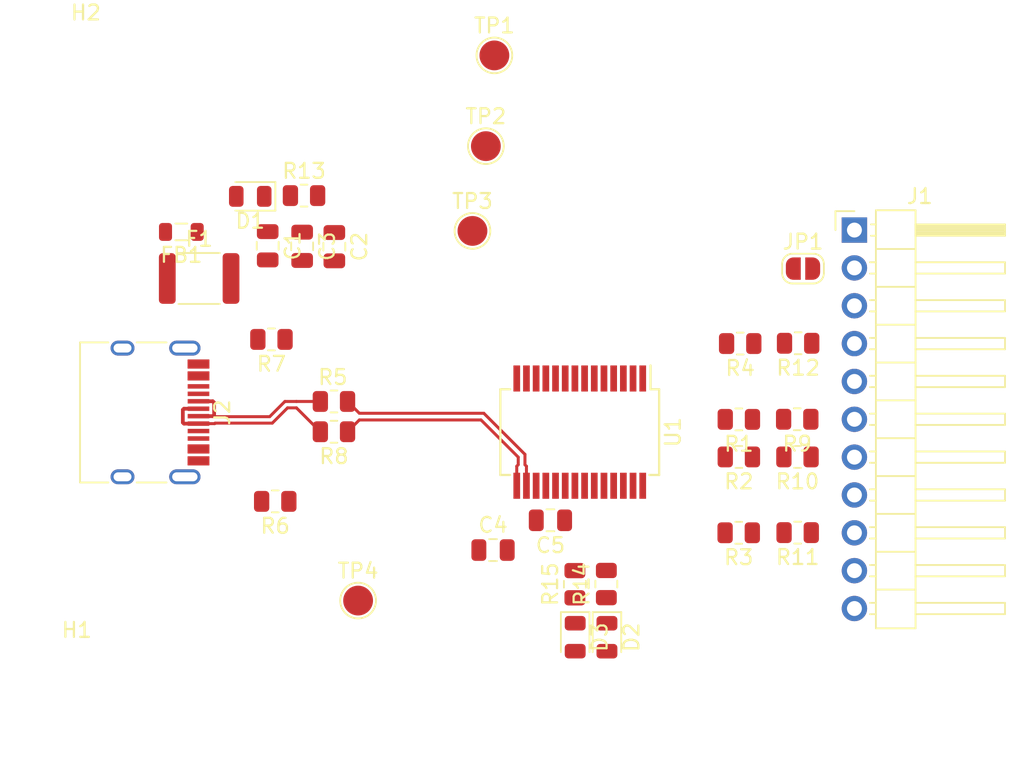
<source format=kicad_pcb>
(kicad_pcb (version 20171130) (host pcbnew "(5.1.10)-1")

  (general
    (thickness 1.6)
    (drawings 0)
    (tracks 34)
    (zones 0)
    (modules 35)
    (nets 26)
  )

  (page A4)
  (layers
    (0 F.Cu signal)
    (31 B.Cu signal)
    (32 B.Adhes user)
    (33 F.Adhes user)
    (34 B.Paste user)
    (35 F.Paste user)
    (36 B.SilkS user)
    (37 F.SilkS user)
    (38 B.Mask user)
    (39 F.Mask user)
    (40 Dwgs.User user)
    (41 Cmts.User user)
    (42 Eco1.User user)
    (43 Eco2.User user)
    (44 Edge.Cuts user)
    (45 Margin user)
    (46 B.CrtYd user)
    (47 F.CrtYd user)
    (48 B.Fab user)
    (49 F.Fab user)
  )

  (setup
    (last_trace_width 0.25)
    (trace_clearance 0.2)
    (zone_clearance 0.508)
    (zone_45_only no)
    (trace_min 0.2)
    (via_size 0.8)
    (via_drill 0.4)
    (via_min_size 0.4)
    (via_min_drill 0.3)
    (uvia_size 0.3)
    (uvia_drill 0.1)
    (uvias_allowed no)
    (uvia_min_size 0.2)
    (uvia_min_drill 0.1)
    (edge_width 0.05)
    (segment_width 0.2)
    (pcb_text_width 0.3)
    (pcb_text_size 1.5 1.5)
    (mod_edge_width 0.12)
    (mod_text_size 1 1)
    (mod_text_width 0.15)
    (pad_size 1.524 1.524)
    (pad_drill 0.762)
    (pad_to_mask_clearance 0)
    (aux_axis_origin 0 0)
    (visible_elements 7FFFFFFF)
    (pcbplotparams
      (layerselection 0x010fc_ffffffff)
      (usegerberextensions false)
      (usegerberattributes true)
      (usegerberadvancedattributes true)
      (creategerberjobfile true)
      (excludeedgelayer true)
      (linewidth 0.100000)
      (plotframeref false)
      (viasonmask false)
      (mode 1)
      (useauxorigin false)
      (hpglpennumber 1)
      (hpglpenspeed 20)
      (hpglpendiameter 15.000000)
      (psnegative false)
      (psa4output false)
      (plotreference true)
      (plotvalue true)
      (plotinvisibletext false)
      (padsonsilk false)
      (subtractmaskfromsilk false)
      (outputformat 1)
      (mirror false)
      (drillshape 1)
      (scaleselection 1)
      (outputdirectory ""))
  )

  (net 0 "")
  (net 1 GND)
  (net 2 VCCIO)
  (net 3 +3V3)
  (net 4 "Net-(D1-Pad1)")
  (net 5 "Net-(D2-Pad1)")
  (net 6 "Net-(D3-Pad1)")
  (net 7 VBUS)
  (net 8 "Net-(F1-Pad1)")
  (net 9 CTSCalc)
  (net 10 TXDCalc)
  (net 11 RXDCalc)
  (net 12 RTSCalc)
  (net 13 VCCCalc)
  (net 14 "Net-(J2-PadA5)")
  (net 15 "Net-(J2-PadB5)")
  (net 16 "Net-(R1-Pad2)")
  (net 17 "Net-(R2-Pad2)")
  (net 18 "Net-(R3-Pad2)")
  (net 19 "Net-(R4-Pad2)")
  (net 20 USBD-)
  (net 21 USBD+)
  (net 22 TXLED)
  (net 23 RXLED)
  (net 24 /D-)
  (net 25 /D+)

  (net_class Default "This is the default net class."
    (clearance 0.2)
    (trace_width 0.25)
    (via_dia 0.8)
    (via_drill 0.4)
    (uvia_dia 0.3)
    (uvia_drill 0.1)
    (diff_pair_width 0.2)
    (diff_pair_gap 0.23)
    (add_net +3V3)
    (add_net /D+)
    (add_net /D-)
    (add_net CTSCalc)
    (add_net GND)
    (add_net "Net-(D1-Pad1)")
    (add_net "Net-(D2-Pad1)")
    (add_net "Net-(D3-Pad1)")
    (add_net "Net-(F1-Pad1)")
    (add_net "Net-(J2-PadA5)")
    (add_net "Net-(J2-PadB5)")
    (add_net "Net-(R1-Pad2)")
    (add_net "Net-(R2-Pad2)")
    (add_net "Net-(R3-Pad2)")
    (add_net "Net-(R4-Pad2)")
    (add_net RTSCalc)
    (add_net RXDCalc)
    (add_net RXLED)
    (add_net TXDCalc)
    (add_net TXLED)
    (add_net USBD+)
    (add_net USBD-)
    (add_net VBUS)
    (add_net VCCCalc)
    (add_net VCCIO)
  )

  (module Capacitor_SMD:C_0805_2012Metric (layer F.Cu) (tedit 5F68FEEE) (tstamp 6143A042)
    (at 111.4196 94.1324 180)
    (descr "Capacitor SMD 0805 (2012 Metric), square (rectangular) end terminal, IPC_7351 nominal, (Body size source: IPC-SM-782 page 76, https://www.pcb-3d.com/wordpress/wp-content/uploads/ipc-sm-782a_amendment_1_and_2.pdf, https://docs.google.com/spreadsheets/d/1BsfQQcO9C6DZCsRaXUlFlo91Tg2WpOkGARC1WS5S8t0/edit?usp=sharing), generated with kicad-footprint-generator")
    (tags capacitor)
    (path /61449614)
    (attr smd)
    (fp_text reference C5 (at 0 -1.68) (layer F.SilkS)
      (effects (font (size 1 1) (thickness 0.15)))
    )
    (fp_text value 0.1uF (at 0 1.68) (layer F.Fab)
      (effects (font (size 1 1) (thickness 0.15)))
    )
    (fp_text user %R (at 0 0) (layer F.Fab)
      (effects (font (size 0.5 0.5) (thickness 0.08)))
    )
    (fp_line (start -1 0.625) (end -1 -0.625) (layer F.Fab) (width 0.1))
    (fp_line (start -1 -0.625) (end 1 -0.625) (layer F.Fab) (width 0.1))
    (fp_line (start 1 -0.625) (end 1 0.625) (layer F.Fab) (width 0.1))
    (fp_line (start 1 0.625) (end -1 0.625) (layer F.Fab) (width 0.1))
    (fp_line (start -0.261252 -0.735) (end 0.261252 -0.735) (layer F.SilkS) (width 0.12))
    (fp_line (start -0.261252 0.735) (end 0.261252 0.735) (layer F.SilkS) (width 0.12))
    (fp_line (start -1.7 0.98) (end -1.7 -0.98) (layer F.CrtYd) (width 0.05))
    (fp_line (start -1.7 -0.98) (end 1.7 -0.98) (layer F.CrtYd) (width 0.05))
    (fp_line (start 1.7 -0.98) (end 1.7 0.98) (layer F.CrtYd) (width 0.05))
    (fp_line (start 1.7 0.98) (end -1.7 0.98) (layer F.CrtYd) (width 0.05))
    (pad 2 smd roundrect (at 0.95 0 180) (size 1 1.45) (layers F.Cu F.Paste F.Mask) (roundrect_rratio 0.25)
      (net 1 GND))
    (pad 1 smd roundrect (at -0.95 0 180) (size 1 1.45) (layers F.Cu F.Paste F.Mask) (roundrect_rratio 0.25)
      (net 2 VCCIO))
    (model ${KISYS3DMOD}/Capacitor_SMD.3dshapes/C_0805_2012Metric.wrl
      (at (xyz 0 0 0))
      (scale (xyz 1 1 1))
      (rotate (xyz 0 0 0))
    )
  )

  (module Package_SO:SSOP-28_5.3x10.2mm_P0.65mm (layer F.Cu) (tedit 5A02F25C) (tstamp 613BFA60)
    (at 113.3856 88.2142 270)
    (descr "28-Lead Plastic Shrink Small Outline (SS)-5.30 mm Body [SSOP] (see Microchip Packaging Specification 00000049BS.pdf)")
    (tags "SSOP 0.65")
    (path /613A5FCA)
    (attr smd)
    (fp_text reference U1 (at 0 -6.25 90) (layer F.SilkS)
      (effects (font (size 1 1) (thickness 0.15)))
    )
    (fp_text value FT232RL (at 0 6.25 90) (layer F.Fab)
      (effects (font (size 1 1) (thickness 0.15)))
    )
    (fp_line (start -2.875 -4.75) (end -4.475 -4.75) (layer F.SilkS) (width 0.15))
    (fp_line (start -2.875 5.325) (end 2.875 5.325) (layer F.SilkS) (width 0.15))
    (fp_line (start -2.875 -5.325) (end 2.875 -5.325) (layer F.SilkS) (width 0.15))
    (fp_line (start -2.875 5.325) (end -2.875 4.675) (layer F.SilkS) (width 0.15))
    (fp_line (start 2.875 5.325) (end 2.875 4.675) (layer F.SilkS) (width 0.15))
    (fp_line (start 2.875 -5.325) (end 2.875 -4.675) (layer F.SilkS) (width 0.15))
    (fp_line (start -2.875 -5.325) (end -2.875 -4.75) (layer F.SilkS) (width 0.15))
    (fp_line (start -4.75 5.5) (end 4.75 5.5) (layer F.CrtYd) (width 0.05))
    (fp_line (start -4.75 -5.5) (end 4.75 -5.5) (layer F.CrtYd) (width 0.05))
    (fp_line (start 4.75 -5.5) (end 4.75 5.5) (layer F.CrtYd) (width 0.05))
    (fp_line (start -4.75 -5.5) (end -4.75 5.5) (layer F.CrtYd) (width 0.05))
    (fp_line (start -2.65 -4.1) (end -1.65 -5.1) (layer F.Fab) (width 0.15))
    (fp_line (start -2.65 5.1) (end -2.65 -4.1) (layer F.Fab) (width 0.15))
    (fp_line (start 2.65 5.1) (end -2.65 5.1) (layer F.Fab) (width 0.15))
    (fp_line (start 2.65 -5.1) (end 2.65 5.1) (layer F.Fab) (width 0.15))
    (fp_line (start -1.65 -5.1) (end 2.65 -5.1) (layer F.Fab) (width 0.15))
    (fp_text user %R (at 0 0 90) (layer F.Fab)
      (effects (font (size 0.8 0.8) (thickness 0.15)))
    )
    (pad 28 smd rect (at 3.6 -4.225 270) (size 1.75 0.45) (layers F.Cu F.Paste F.Mask))
    (pad 27 smd rect (at 3.6 -3.575 270) (size 1.75 0.45) (layers F.Cu F.Paste F.Mask))
    (pad 26 smd rect (at 3.6 -2.925 270) (size 1.75 0.45) (layers F.Cu F.Paste F.Mask)
      (net 1 GND))
    (pad 25 smd rect (at 3.6 -2.275 270) (size 1.75 0.45) (layers F.Cu F.Paste F.Mask)
      (net 1 GND))
    (pad 24 smd rect (at 3.6 -1.625 270) (size 1.75 0.45) (layers F.Cu F.Paste F.Mask))
    (pad 23 smd rect (at 3.6 -0.975 270) (size 1.75 0.45) (layers F.Cu F.Paste F.Mask)
      (net 22 TXLED))
    (pad 22 smd rect (at 3.6 -0.325 270) (size 1.75 0.45) (layers F.Cu F.Paste F.Mask)
      (net 23 RXLED))
    (pad 21 smd rect (at 3.6 0.325 270) (size 1.75 0.45) (layers F.Cu F.Paste F.Mask)
      (net 1 GND))
    (pad 20 smd rect (at 3.6 0.975 270) (size 1.75 0.45) (layers F.Cu F.Paste F.Mask)
      (net 2 VCCIO))
    (pad 19 smd rect (at 3.6 1.625 270) (size 1.75 0.45) (layers F.Cu F.Paste F.Mask)
      (net 2 VCCIO))
    (pad 18 smd rect (at 3.6 2.275 270) (size 1.75 0.45) (layers F.Cu F.Paste F.Mask)
      (net 1 GND))
    (pad 17 smd rect (at 3.6 2.925 270) (size 1.75 0.45) (layers F.Cu F.Paste F.Mask)
      (net 3 +3V3))
    (pad 16 smd rect (at 3.6 3.575 270) (size 1.75 0.45) (layers F.Cu F.Paste F.Mask)
      (net 20 USBD-))
    (pad 15 smd rect (at 3.6 4.225 270) (size 1.75 0.45) (layers F.Cu F.Paste F.Mask)
      (net 21 USBD+))
    (pad 14 smd rect (at -3.6 4.225 270) (size 1.75 0.45) (layers F.Cu F.Paste F.Mask))
    (pad 13 smd rect (at -3.6 3.575 270) (size 1.75 0.45) (layers F.Cu F.Paste F.Mask))
    (pad 12 smd rect (at -3.6 2.925 270) (size 1.75 0.45) (layers F.Cu F.Paste F.Mask))
    (pad 11 smd rect (at -3.6 2.275 270) (size 1.75 0.45) (layers F.Cu F.Paste F.Mask)
      (net 19 "Net-(R4-Pad2)"))
    (pad 10 smd rect (at -3.6 1.625 270) (size 1.75 0.45) (layers F.Cu F.Paste F.Mask))
    (pad 9 smd rect (at -3.6 0.975 270) (size 1.75 0.45) (layers F.Cu F.Paste F.Mask))
    (pad 8 smd rect (at -3.6 0.325 270) (size 1.75 0.45) (layers F.Cu F.Paste F.Mask))
    (pad 7 smd rect (at -3.6 -0.325 270) (size 1.75 0.45) (layers F.Cu F.Paste F.Mask)
      (net 1 GND))
    (pad 6 smd rect (at -3.6 -0.975 270) (size 1.75 0.45) (layers F.Cu F.Paste F.Mask))
    (pad 5 smd rect (at -3.6 -1.625 270) (size 1.75 0.45) (layers F.Cu F.Paste F.Mask)
      (net 17 "Net-(R2-Pad2)"))
    (pad 4 smd rect (at -3.6 -2.275 270) (size 1.75 0.45) (layers F.Cu F.Paste F.Mask)
      (net 2 VCCIO))
    (pad 3 smd rect (at -3.6 -2.925 270) (size 1.75 0.45) (layers F.Cu F.Paste F.Mask)
      (net 18 "Net-(R3-Pad2)"))
    (pad 2 smd rect (at -3.6 -3.575 270) (size 1.75 0.45) (layers F.Cu F.Paste F.Mask))
    (pad 1 smd rect (at -3.6 -4.225 270) (size 1.75 0.45) (layers F.Cu F.Paste F.Mask)
      (net 16 "Net-(R1-Pad2)"))
    (model ${KISYS3DMOD}/Package_SO.3dshapes/SSOP-28_5.3x10.2mm_P0.65mm.wrl
      (at (xyz 0 0 0))
      (scale (xyz 1 1 1))
      (rotate (xyz 0 0 0))
    )
  )

  (module TestPoint:TestPoint_Pad_D2.0mm (layer F.Cu) (tedit 5A0F774F) (tstamp 613BFA2F)
    (at 98.52 99.52)
    (descr "SMD pad as test Point, diameter 2.0mm")
    (tags "test point SMD pad")
    (path /613F16E4)
    (attr virtual)
    (fp_text reference TP4 (at 0 -1.998) (layer F.SilkS)
      (effects (font (size 1 1) (thickness 0.15)))
    )
    (fp_text value tpGND (at 0 2.05) (layer F.Fab)
      (effects (font (size 1 1) (thickness 0.15)))
    )
    (fp_circle (center 0 0) (end 0 1.2) (layer F.SilkS) (width 0.12))
    (fp_circle (center 0 0) (end 1.5 0) (layer F.CrtYd) (width 0.05))
    (fp_text user %R (at 0 -2) (layer F.Fab)
      (effects (font (size 1 1) (thickness 0.15)))
    )
    (pad 1 smd circle (at 0 0) (size 2 2) (layers F.Cu F.Mask)
      (net 1 GND))
  )

  (module TestPoint:TestPoint_Pad_D2.0mm (layer F.Cu) (tedit 5A0F774F) (tstamp 613BFA27)
    (at 106.19 74.71)
    (descr "SMD pad as test Point, diameter 2.0mm")
    (tags "test point SMD pad")
    (path /613F098A)
    (attr virtual)
    (fp_text reference TP3 (at 0 -1.998) (layer F.SilkS)
      (effects (font (size 1 1) (thickness 0.15)))
    )
    (fp_text value tp3V3 (at 0 2.05) (layer F.Fab)
      (effects (font (size 1 1) (thickness 0.15)))
    )
    (fp_circle (center 0 0) (end 0 1.2) (layer F.SilkS) (width 0.12))
    (fp_circle (center 0 0) (end 1.5 0) (layer F.CrtYd) (width 0.05))
    (fp_text user %R (at 0 -2) (layer F.Fab)
      (effects (font (size 1 1) (thickness 0.15)))
    )
    (pad 1 smd circle (at 0 0) (size 2 2) (layers F.Cu F.Mask)
      (net 3 +3V3))
  )

  (module TestPoint:TestPoint_Pad_D2.0mm (layer F.Cu) (tedit 5A0F774F) (tstamp 613BFA1F)
    (at 107.09 69.02)
    (descr "SMD pad as test Point, diameter 2.0mm")
    (tags "test point SMD pad")
    (path /613EE967)
    (attr virtual)
    (fp_text reference TP2 (at 0 -1.998) (layer F.SilkS)
      (effects (font (size 1 1) (thickness 0.15)))
    )
    (fp_text value tpVBUS (at 0 2.05) (layer F.Fab)
      (effects (font (size 1 1) (thickness 0.15)))
    )
    (fp_circle (center 0 0) (end 0 1.2) (layer F.SilkS) (width 0.12))
    (fp_circle (center 0 0) (end 1.5 0) (layer F.CrtYd) (width 0.05))
    (fp_text user %R (at 0 -2) (layer F.Fab)
      (effects (font (size 1 1) (thickness 0.15)))
    )
    (pad 1 smd circle (at 0 0) (size 2 2) (layers F.Cu F.Mask)
      (net 7 VBUS))
  )

  (module TestPoint:TestPoint_Pad_D2.0mm (layer F.Cu) (tedit 5A0F774F) (tstamp 613BFA17)
    (at 107.66 62.93)
    (descr "SMD pad as test Point, diameter 2.0mm")
    (tags "test point SMD pad")
    (path /613EFE6B)
    (attr virtual)
    (fp_text reference TP1 (at 0 -1.998) (layer F.SilkS)
      (effects (font (size 1 1) (thickness 0.15)))
    )
    (fp_text value tp5V (at 0 2.05) (layer F.Fab)
      (effects (font (size 1 1) (thickness 0.15)))
    )
    (fp_circle (center 0 0) (end 0 1.2) (layer F.SilkS) (width 0.12))
    (fp_circle (center 0 0) (end 1.5 0) (layer F.CrtYd) (width 0.05))
    (fp_text user %R (at 0 -2) (layer F.Fab)
      (effects (font (size 1 1) (thickness 0.15)))
    )
    (pad 1 smd circle (at 0 0) (size 2 2) (layers F.Cu F.Mask)
      (net 2 VCCIO))
  )

  (module Resistor_SMD:R_0805_2012Metric (layer F.Cu) (tedit 5F68FEEE) (tstamp 613BFA0F)
    (at 113.06 98.4225 90)
    (descr "Resistor SMD 0805 (2012 Metric), square (rectangular) end terminal, IPC_7351 nominal, (Body size source: IPC-SM-782 page 72, https://www.pcb-3d.com/wordpress/wp-content/uploads/ipc-sm-782a_amendment_1_and_2.pdf), generated with kicad-footprint-generator")
    (tags resistor)
    (path /613AD90A)
    (attr smd)
    (fp_text reference R15 (at 0 -1.65 90) (layer F.SilkS)
      (effects (font (size 1 1) (thickness 0.15)))
    )
    (fp_text value 560R (at 0 1.65 90) (layer F.Fab)
      (effects (font (size 1 1) (thickness 0.15)))
    )
    (fp_line (start 1.68 0.95) (end -1.68 0.95) (layer F.CrtYd) (width 0.05))
    (fp_line (start 1.68 -0.95) (end 1.68 0.95) (layer F.CrtYd) (width 0.05))
    (fp_line (start -1.68 -0.95) (end 1.68 -0.95) (layer F.CrtYd) (width 0.05))
    (fp_line (start -1.68 0.95) (end -1.68 -0.95) (layer F.CrtYd) (width 0.05))
    (fp_line (start -0.227064 0.735) (end 0.227064 0.735) (layer F.SilkS) (width 0.12))
    (fp_line (start -0.227064 -0.735) (end 0.227064 -0.735) (layer F.SilkS) (width 0.12))
    (fp_line (start 1 0.625) (end -1 0.625) (layer F.Fab) (width 0.1))
    (fp_line (start 1 -0.625) (end 1 0.625) (layer F.Fab) (width 0.1))
    (fp_line (start -1 -0.625) (end 1 -0.625) (layer F.Fab) (width 0.1))
    (fp_line (start -1 0.625) (end -1 -0.625) (layer F.Fab) (width 0.1))
    (fp_text user %R (at 0 0 90) (layer F.Fab)
      (effects (font (size 0.5 0.5) (thickness 0.08)))
    )
    (pad 2 smd roundrect (at 0.9125 0 90) (size 1.025 1.4) (layers F.Cu F.Paste F.Mask) (roundrect_rratio 0.243902)
      (net 23 RXLED))
    (pad 1 smd roundrect (at -0.9125 0 90) (size 1.025 1.4) (layers F.Cu F.Paste F.Mask) (roundrect_rratio 0.243902)
      (net 6 "Net-(D3-Pad1)"))
    (model ${KISYS3DMOD}/Resistor_SMD.3dshapes/R_0805_2012Metric.wrl
      (at (xyz 0 0 0))
      (scale (xyz 1 1 1))
      (rotate (xyz 0 0 0))
    )
  )

  (module Resistor_SMD:R_0805_2012Metric (layer F.Cu) (tedit 5F68FEEE) (tstamp 613BF9FE)
    (at 115.17 98.4125 90)
    (descr "Resistor SMD 0805 (2012 Metric), square (rectangular) end terminal, IPC_7351 nominal, (Body size source: IPC-SM-782 page 72, https://www.pcb-3d.com/wordpress/wp-content/uploads/ipc-sm-782a_amendment_1_and_2.pdf), generated with kicad-footprint-generator")
    (tags resistor)
    (path /613AD46C)
    (attr smd)
    (fp_text reference R14 (at 0 -1.65 90) (layer F.SilkS)
      (effects (font (size 1 1) (thickness 0.15)))
    )
    (fp_text value 560R (at 0 1.65 90) (layer F.Fab)
      (effects (font (size 1 1) (thickness 0.15)))
    )
    (fp_line (start 1.68 0.95) (end -1.68 0.95) (layer F.CrtYd) (width 0.05))
    (fp_line (start 1.68 -0.95) (end 1.68 0.95) (layer F.CrtYd) (width 0.05))
    (fp_line (start -1.68 -0.95) (end 1.68 -0.95) (layer F.CrtYd) (width 0.05))
    (fp_line (start -1.68 0.95) (end -1.68 -0.95) (layer F.CrtYd) (width 0.05))
    (fp_line (start -0.227064 0.735) (end 0.227064 0.735) (layer F.SilkS) (width 0.12))
    (fp_line (start -0.227064 -0.735) (end 0.227064 -0.735) (layer F.SilkS) (width 0.12))
    (fp_line (start 1 0.625) (end -1 0.625) (layer F.Fab) (width 0.1))
    (fp_line (start 1 -0.625) (end 1 0.625) (layer F.Fab) (width 0.1))
    (fp_line (start -1 -0.625) (end 1 -0.625) (layer F.Fab) (width 0.1))
    (fp_line (start -1 0.625) (end -1 -0.625) (layer F.Fab) (width 0.1))
    (fp_text user %R (at 0 0 90) (layer F.Fab)
      (effects (font (size 0.5 0.5) (thickness 0.08)))
    )
    (pad 2 smd roundrect (at 0.9125 0 90) (size 1.025 1.4) (layers F.Cu F.Paste F.Mask) (roundrect_rratio 0.243902)
      (net 22 TXLED))
    (pad 1 smd roundrect (at -0.9125 0 90) (size 1.025 1.4) (layers F.Cu F.Paste F.Mask) (roundrect_rratio 0.243902)
      (net 5 "Net-(D2-Pad1)"))
    (model ${KISYS3DMOD}/Resistor_SMD.3dshapes/R_0805_2012Metric.wrl
      (at (xyz 0 0 0))
      (scale (xyz 1 1 1))
      (rotate (xyz 0 0 0))
    )
  )

  (module Resistor_SMD:R_0805_2012Metric (layer F.Cu) (tedit 5F68FEEE) (tstamp 613BF9ED)
    (at 94.8925 72.3392)
    (descr "Resistor SMD 0805 (2012 Metric), square (rectangular) end terminal, IPC_7351 nominal, (Body size source: IPC-SM-782 page 72, https://www.pcb-3d.com/wordpress/wp-content/uploads/ipc-sm-782a_amendment_1_and_2.pdf), generated with kicad-footprint-generator")
    (tags resistor)
    (path /613AB406)
    (attr smd)
    (fp_text reference R13 (at 0 -1.65) (layer F.SilkS)
      (effects (font (size 1 1) (thickness 0.15)))
    )
    (fp_text value 560R (at 0 1.65) (layer F.Fab)
      (effects (font (size 1 1) (thickness 0.15)))
    )
    (fp_line (start 1.68 0.95) (end -1.68 0.95) (layer F.CrtYd) (width 0.05))
    (fp_line (start 1.68 -0.95) (end 1.68 0.95) (layer F.CrtYd) (width 0.05))
    (fp_line (start -1.68 -0.95) (end 1.68 -0.95) (layer F.CrtYd) (width 0.05))
    (fp_line (start -1.68 0.95) (end -1.68 -0.95) (layer F.CrtYd) (width 0.05))
    (fp_line (start -0.227064 0.735) (end 0.227064 0.735) (layer F.SilkS) (width 0.12))
    (fp_line (start -0.227064 -0.735) (end 0.227064 -0.735) (layer F.SilkS) (width 0.12))
    (fp_line (start 1 0.625) (end -1 0.625) (layer F.Fab) (width 0.1))
    (fp_line (start 1 -0.625) (end 1 0.625) (layer F.Fab) (width 0.1))
    (fp_line (start -1 -0.625) (end 1 -0.625) (layer F.Fab) (width 0.1))
    (fp_line (start -1 0.625) (end -1 -0.625) (layer F.Fab) (width 0.1))
    (fp_text user %R (at 0 0) (layer F.Fab)
      (effects (font (size 0.5 0.5) (thickness 0.08)))
    )
    (pad 2 smd roundrect (at 0.9125 0) (size 1.025 1.4) (layers F.Cu F.Paste F.Mask) (roundrect_rratio 0.243902)
      (net 1 GND))
    (pad 1 smd roundrect (at -0.9125 0) (size 1.025 1.4) (layers F.Cu F.Paste F.Mask) (roundrect_rratio 0.243902)
      (net 4 "Net-(D1-Pad1)"))
    (model ${KISYS3DMOD}/Resistor_SMD.3dshapes/R_0805_2012Metric.wrl
      (at (xyz 0 0 0))
      (scale (xyz 1 1 1))
      (rotate (xyz 0 0 0))
    )
  )

  (module Resistor_SMD:R_0805_2012Metric (layer F.Cu) (tedit 5F68FEEE) (tstamp 613BF9DC)
    (at 128.0325 82.25 180)
    (descr "Resistor SMD 0805 (2012 Metric), square (rectangular) end terminal, IPC_7351 nominal, (Body size source: IPC-SM-782 page 72, https://www.pcb-3d.com/wordpress/wp-content/uploads/ipc-sm-782a_amendment_1_and_2.pdf), generated with kicad-footprint-generator")
    (tags resistor)
    (path /613B4D6E)
    (attr smd)
    (fp_text reference R12 (at 0 -1.65) (layer F.SilkS)
      (effects (font (size 1 1) (thickness 0.15)))
    )
    (fp_text value 10K (at 0 1.65) (layer F.Fab)
      (effects (font (size 1 1) (thickness 0.15)))
    )
    (fp_line (start 1.68 0.95) (end -1.68 0.95) (layer F.CrtYd) (width 0.05))
    (fp_line (start 1.68 -0.95) (end 1.68 0.95) (layer F.CrtYd) (width 0.05))
    (fp_line (start -1.68 -0.95) (end 1.68 -0.95) (layer F.CrtYd) (width 0.05))
    (fp_line (start -1.68 0.95) (end -1.68 -0.95) (layer F.CrtYd) (width 0.05))
    (fp_line (start -0.227064 0.735) (end 0.227064 0.735) (layer F.SilkS) (width 0.12))
    (fp_line (start -0.227064 -0.735) (end 0.227064 -0.735) (layer F.SilkS) (width 0.12))
    (fp_line (start 1 0.625) (end -1 0.625) (layer F.Fab) (width 0.1))
    (fp_line (start 1 -0.625) (end 1 0.625) (layer F.Fab) (width 0.1))
    (fp_line (start -1 -0.625) (end 1 -0.625) (layer F.Fab) (width 0.1))
    (fp_line (start -1 0.625) (end -1 -0.625) (layer F.Fab) (width 0.1))
    (fp_text user %R (at 0 0) (layer F.Fab)
      (effects (font (size 0.5 0.5) (thickness 0.08)))
    )
    (pad 2 smd roundrect (at 0.9125 0 180) (size 1.025 1.4) (layers F.Cu F.Paste F.Mask) (roundrect_rratio 0.243902)
      (net 1 GND))
    (pad 1 smd roundrect (at -0.9125 0 180) (size 1.025 1.4) (layers F.Cu F.Paste F.Mask) (roundrect_rratio 0.243902)
      (net 12 RTSCalc))
    (model ${KISYS3DMOD}/Resistor_SMD.3dshapes/R_0805_2012Metric.wrl
      (at (xyz 0 0 0))
      (scale (xyz 1 1 1))
      (rotate (xyz 0 0 0))
    )
  )

  (module Resistor_SMD:R_0805_2012Metric (layer F.Cu) (tedit 5F68FEEE) (tstamp 613BF9CB)
    (at 128.0025 94.96 180)
    (descr "Resistor SMD 0805 (2012 Metric), square (rectangular) end terminal, IPC_7351 nominal, (Body size source: IPC-SM-782 page 72, https://www.pcb-3d.com/wordpress/wp-content/uploads/ipc-sm-782a_amendment_1_and_2.pdf), generated with kicad-footprint-generator")
    (tags resistor)
    (path /613B49E3)
    (attr smd)
    (fp_text reference R11 (at 0 -1.65) (layer F.SilkS)
      (effects (font (size 1 1) (thickness 0.15)))
    )
    (fp_text value 10K (at 0 1.65) (layer F.Fab)
      (effects (font (size 1 1) (thickness 0.15)))
    )
    (fp_line (start 1.68 0.95) (end -1.68 0.95) (layer F.CrtYd) (width 0.05))
    (fp_line (start 1.68 -0.95) (end 1.68 0.95) (layer F.CrtYd) (width 0.05))
    (fp_line (start -1.68 -0.95) (end 1.68 -0.95) (layer F.CrtYd) (width 0.05))
    (fp_line (start -1.68 0.95) (end -1.68 -0.95) (layer F.CrtYd) (width 0.05))
    (fp_line (start -0.227064 0.735) (end 0.227064 0.735) (layer F.SilkS) (width 0.12))
    (fp_line (start -0.227064 -0.735) (end 0.227064 -0.735) (layer F.SilkS) (width 0.12))
    (fp_line (start 1 0.625) (end -1 0.625) (layer F.Fab) (width 0.1))
    (fp_line (start 1 -0.625) (end 1 0.625) (layer F.Fab) (width 0.1))
    (fp_line (start -1 -0.625) (end 1 -0.625) (layer F.Fab) (width 0.1))
    (fp_line (start -1 0.625) (end -1 -0.625) (layer F.Fab) (width 0.1))
    (fp_text user %R (at 0 0) (layer F.Fab)
      (effects (font (size 0.5 0.5) (thickness 0.08)))
    )
    (pad 2 smd roundrect (at 0.9125 0 180) (size 1.025 1.4) (layers F.Cu F.Paste F.Mask) (roundrect_rratio 0.243902)
      (net 1 GND))
    (pad 1 smd roundrect (at -0.9125 0 180) (size 1.025 1.4) (layers F.Cu F.Paste F.Mask) (roundrect_rratio 0.243902)
      (net 9 CTSCalc))
    (model ${KISYS3DMOD}/Resistor_SMD.3dshapes/R_0805_2012Metric.wrl
      (at (xyz 0 0 0))
      (scale (xyz 1 1 1))
      (rotate (xyz 0 0 0))
    )
  )

  (module Resistor_SMD:R_0805_2012Metric (layer F.Cu) (tedit 5F68FEEE) (tstamp 613BF9BA)
    (at 127.99 89.88 180)
    (descr "Resistor SMD 0805 (2012 Metric), square (rectangular) end terminal, IPC_7351 nominal, (Body size source: IPC-SM-782 page 72, https://www.pcb-3d.com/wordpress/wp-content/uploads/ipc-sm-782a_amendment_1_and_2.pdf), generated with kicad-footprint-generator")
    (tags resistor)
    (path /613B476F)
    (attr smd)
    (fp_text reference R10 (at 0 -1.65) (layer F.SilkS)
      (effects (font (size 1 1) (thickness 0.15)))
    )
    (fp_text value 10K (at 0 1.65) (layer F.Fab)
      (effects (font (size 1 1) (thickness 0.15)))
    )
    (fp_line (start 1.68 0.95) (end -1.68 0.95) (layer F.CrtYd) (width 0.05))
    (fp_line (start 1.68 -0.95) (end 1.68 0.95) (layer F.CrtYd) (width 0.05))
    (fp_line (start -1.68 -0.95) (end 1.68 -0.95) (layer F.CrtYd) (width 0.05))
    (fp_line (start -1.68 0.95) (end -1.68 -0.95) (layer F.CrtYd) (width 0.05))
    (fp_line (start -0.227064 0.735) (end 0.227064 0.735) (layer F.SilkS) (width 0.12))
    (fp_line (start -0.227064 -0.735) (end 0.227064 -0.735) (layer F.SilkS) (width 0.12))
    (fp_line (start 1 0.625) (end -1 0.625) (layer F.Fab) (width 0.1))
    (fp_line (start 1 -0.625) (end 1 0.625) (layer F.Fab) (width 0.1))
    (fp_line (start -1 -0.625) (end 1 -0.625) (layer F.Fab) (width 0.1))
    (fp_line (start -1 0.625) (end -1 -0.625) (layer F.Fab) (width 0.1))
    (fp_text user %R (at 0 0) (layer F.Fab)
      (effects (font (size 0.5 0.5) (thickness 0.08)))
    )
    (pad 2 smd roundrect (at 0.9125 0 180) (size 1.025 1.4) (layers F.Cu F.Paste F.Mask) (roundrect_rratio 0.243902)
      (net 1 GND))
    (pad 1 smd roundrect (at -0.9125 0 180) (size 1.025 1.4) (layers F.Cu F.Paste F.Mask) (roundrect_rratio 0.243902)
      (net 10 TXDCalc))
    (model ${KISYS3DMOD}/Resistor_SMD.3dshapes/R_0805_2012Metric.wrl
      (at (xyz 0 0 0))
      (scale (xyz 1 1 1))
      (rotate (xyz 0 0 0))
    )
  )

  (module Resistor_SMD:R_0805_2012Metric (layer F.Cu) (tedit 5F68FEEE) (tstamp 613BF9A9)
    (at 127.9725 87.35 180)
    (descr "Resistor SMD 0805 (2012 Metric), square (rectangular) end terminal, IPC_7351 nominal, (Body size source: IPC-SM-782 page 72, https://www.pcb-3d.com/wordpress/wp-content/uploads/ipc-sm-782a_amendment_1_and_2.pdf), generated with kicad-footprint-generator")
    (tags resistor)
    (path /613B424F)
    (attr smd)
    (fp_text reference R9 (at 0 -1.65) (layer F.SilkS)
      (effects (font (size 1 1) (thickness 0.15)))
    )
    (fp_text value 10K (at 0 1.65) (layer F.Fab)
      (effects (font (size 1 1) (thickness 0.15)))
    )
    (fp_line (start 1.68 0.95) (end -1.68 0.95) (layer F.CrtYd) (width 0.05))
    (fp_line (start 1.68 -0.95) (end 1.68 0.95) (layer F.CrtYd) (width 0.05))
    (fp_line (start -1.68 -0.95) (end 1.68 -0.95) (layer F.CrtYd) (width 0.05))
    (fp_line (start -1.68 0.95) (end -1.68 -0.95) (layer F.CrtYd) (width 0.05))
    (fp_line (start -0.227064 0.735) (end 0.227064 0.735) (layer F.SilkS) (width 0.12))
    (fp_line (start -0.227064 -0.735) (end 0.227064 -0.735) (layer F.SilkS) (width 0.12))
    (fp_line (start 1 0.625) (end -1 0.625) (layer F.Fab) (width 0.1))
    (fp_line (start 1 -0.625) (end 1 0.625) (layer F.Fab) (width 0.1))
    (fp_line (start -1 -0.625) (end 1 -0.625) (layer F.Fab) (width 0.1))
    (fp_line (start -1 0.625) (end -1 -0.625) (layer F.Fab) (width 0.1))
    (fp_text user %R (at 0 0) (layer F.Fab)
      (effects (font (size 0.5 0.5) (thickness 0.08)))
    )
    (pad 2 smd roundrect (at 0.9125 0 180) (size 1.025 1.4) (layers F.Cu F.Paste F.Mask) (roundrect_rratio 0.243902)
      (net 1 GND))
    (pad 1 smd roundrect (at -0.9125 0 180) (size 1.025 1.4) (layers F.Cu F.Paste F.Mask) (roundrect_rratio 0.243902)
      (net 11 RXDCalc))
    (model ${KISYS3DMOD}/Resistor_SMD.3dshapes/R_0805_2012Metric.wrl
      (at (xyz 0 0 0))
      (scale (xyz 1 1 1))
      (rotate (xyz 0 0 0))
    )
  )

  (module Resistor_SMD:R_0805_2012Metric (layer F.Cu) (tedit 5F68FEEE) (tstamp 613BF998)
    (at 96.8991 88.1888 180)
    (descr "Resistor SMD 0805 (2012 Metric), square (rectangular) end terminal, IPC_7351 nominal, (Body size source: IPC-SM-782 page 72, https://www.pcb-3d.com/wordpress/wp-content/uploads/ipc-sm-782a_amendment_1_and_2.pdf), generated with kicad-footprint-generator")
    (tags resistor)
    (path /613C09DD)
    (attr smd)
    (fp_text reference R8 (at 0 -1.65) (layer F.SilkS)
      (effects (font (size 1 1) (thickness 0.15)))
    )
    (fp_text value 10R (at 0 1.65) (layer F.Fab)
      (effects (font (size 1 1) (thickness 0.15)))
    )
    (fp_line (start 1.68 0.95) (end -1.68 0.95) (layer F.CrtYd) (width 0.05))
    (fp_line (start 1.68 -0.95) (end 1.68 0.95) (layer F.CrtYd) (width 0.05))
    (fp_line (start -1.68 -0.95) (end 1.68 -0.95) (layer F.CrtYd) (width 0.05))
    (fp_line (start -1.68 0.95) (end -1.68 -0.95) (layer F.CrtYd) (width 0.05))
    (fp_line (start -0.227064 0.735) (end 0.227064 0.735) (layer F.SilkS) (width 0.12))
    (fp_line (start -0.227064 -0.735) (end 0.227064 -0.735) (layer F.SilkS) (width 0.12))
    (fp_line (start 1 0.625) (end -1 0.625) (layer F.Fab) (width 0.1))
    (fp_line (start 1 -0.625) (end 1 0.625) (layer F.Fab) (width 0.1))
    (fp_line (start -1 -0.625) (end 1 -0.625) (layer F.Fab) (width 0.1))
    (fp_line (start -1 0.625) (end -1 -0.625) (layer F.Fab) (width 0.1))
    (fp_text user %R (at 0 0) (layer F.Fab)
      (effects (font (size 0.5 0.5) (thickness 0.08)))
    )
    (pad 2 smd roundrect (at 0.9125 0 180) (size 1.025 1.4) (layers F.Cu F.Paste F.Mask) (roundrect_rratio 0.243902)
      (net 25 /D+))
    (pad 1 smd roundrect (at -0.9125 0 180) (size 1.025 1.4) (layers F.Cu F.Paste F.Mask) (roundrect_rratio 0.243902)
      (net 21 USBD+))
    (model ${KISYS3DMOD}/Resistor_SMD.3dshapes/R_0805_2012Metric.wrl
      (at (xyz 0 0 0))
      (scale (xyz 1 1 1))
      (rotate (xyz 0 0 0))
    )
  )

  (module Resistor_SMD:R_0805_2012Metric (layer F.Cu) (tedit 5F68FEEE) (tstamp 613BF987)
    (at 92.7081 81.9912 180)
    (descr "Resistor SMD 0805 (2012 Metric), square (rectangular) end terminal, IPC_7351 nominal, (Body size source: IPC-SM-782 page 72, https://www.pcb-3d.com/wordpress/wp-content/uploads/ipc-sm-782a_amendment_1_and_2.pdf), generated with kicad-footprint-generator")
    (tags resistor)
    (path /613C3978)
    (attr smd)
    (fp_text reference R7 (at 0 -1.65) (layer F.SilkS)
      (effects (font (size 1 1) (thickness 0.15)))
    )
    (fp_text value 5.1K (at 0 1.65) (layer F.Fab)
      (effects (font (size 1 1) (thickness 0.15)))
    )
    (fp_line (start 1.68 0.95) (end -1.68 0.95) (layer F.CrtYd) (width 0.05))
    (fp_line (start 1.68 -0.95) (end 1.68 0.95) (layer F.CrtYd) (width 0.05))
    (fp_line (start -1.68 -0.95) (end 1.68 -0.95) (layer F.CrtYd) (width 0.05))
    (fp_line (start -1.68 0.95) (end -1.68 -0.95) (layer F.CrtYd) (width 0.05))
    (fp_line (start -0.227064 0.735) (end 0.227064 0.735) (layer F.SilkS) (width 0.12))
    (fp_line (start -0.227064 -0.735) (end 0.227064 -0.735) (layer F.SilkS) (width 0.12))
    (fp_line (start 1 0.625) (end -1 0.625) (layer F.Fab) (width 0.1))
    (fp_line (start 1 -0.625) (end 1 0.625) (layer F.Fab) (width 0.1))
    (fp_line (start -1 -0.625) (end 1 -0.625) (layer F.Fab) (width 0.1))
    (fp_line (start -1 0.625) (end -1 -0.625) (layer F.Fab) (width 0.1))
    (fp_text user %R (at 0 0) (layer F.Fab)
      (effects (font (size 0.5 0.5) (thickness 0.08)))
    )
    (pad 2 smd roundrect (at 0.9125 0 180) (size 1.025 1.4) (layers F.Cu F.Paste F.Mask) (roundrect_rratio 0.243902)
      (net 14 "Net-(J2-PadA5)"))
    (pad 1 smd roundrect (at -0.9125 0 180) (size 1.025 1.4) (layers F.Cu F.Paste F.Mask) (roundrect_rratio 0.243902)
      (net 1 GND))
    (model ${KISYS3DMOD}/Resistor_SMD.3dshapes/R_0805_2012Metric.wrl
      (at (xyz 0 0 0))
      (scale (xyz 1 1 1))
      (rotate (xyz 0 0 0))
    )
  )

  (module Resistor_SMD:R_0805_2012Metric (layer F.Cu) (tedit 5F68FEEE) (tstamp 613BF976)
    (at 92.9621 92.8624 180)
    (descr "Resistor SMD 0805 (2012 Metric), square (rectangular) end terminal, IPC_7351 nominal, (Body size source: IPC-SM-782 page 72, https://www.pcb-3d.com/wordpress/wp-content/uploads/ipc-sm-782a_amendment_1_and_2.pdf), generated with kicad-footprint-generator")
    (tags resistor)
    (path /613C32AC)
    (attr smd)
    (fp_text reference R6 (at 0 -1.65) (layer F.SilkS)
      (effects (font (size 1 1) (thickness 0.15)))
    )
    (fp_text value 5.1K (at 0 1.65) (layer F.Fab)
      (effects (font (size 1 1) (thickness 0.15)))
    )
    (fp_line (start 1.68 0.95) (end -1.68 0.95) (layer F.CrtYd) (width 0.05))
    (fp_line (start 1.68 -0.95) (end 1.68 0.95) (layer F.CrtYd) (width 0.05))
    (fp_line (start -1.68 -0.95) (end 1.68 -0.95) (layer F.CrtYd) (width 0.05))
    (fp_line (start -1.68 0.95) (end -1.68 -0.95) (layer F.CrtYd) (width 0.05))
    (fp_line (start -0.227064 0.735) (end 0.227064 0.735) (layer F.SilkS) (width 0.12))
    (fp_line (start -0.227064 -0.735) (end 0.227064 -0.735) (layer F.SilkS) (width 0.12))
    (fp_line (start 1 0.625) (end -1 0.625) (layer F.Fab) (width 0.1))
    (fp_line (start 1 -0.625) (end 1 0.625) (layer F.Fab) (width 0.1))
    (fp_line (start -1 -0.625) (end 1 -0.625) (layer F.Fab) (width 0.1))
    (fp_line (start -1 0.625) (end -1 -0.625) (layer F.Fab) (width 0.1))
    (fp_text user %R (at 0 0) (layer F.Fab)
      (effects (font (size 0.5 0.5) (thickness 0.08)))
    )
    (pad 2 smd roundrect (at 0.9125 0 180) (size 1.025 1.4) (layers F.Cu F.Paste F.Mask) (roundrect_rratio 0.243902)
      (net 15 "Net-(J2-PadB5)"))
    (pad 1 smd roundrect (at -0.9125 0 180) (size 1.025 1.4) (layers F.Cu F.Paste F.Mask) (roundrect_rratio 0.243902)
      (net 1 GND))
    (model ${KISYS3DMOD}/Resistor_SMD.3dshapes/R_0805_2012Metric.wrl
      (at (xyz 0 0 0))
      (scale (xyz 1 1 1))
      (rotate (xyz 0 0 0))
    )
  )

  (module Resistor_SMD:R_0805_2012Metric (layer F.Cu) (tedit 5F68FEEE) (tstamp 613BF965)
    (at 96.8991 86.1568 180)
    (descr "Resistor SMD 0805 (2012 Metric), square (rectangular) end terminal, IPC_7351 nominal, (Body size source: IPC-SM-782 page 72, https://www.pcb-3d.com/wordpress/wp-content/uploads/ipc-sm-782a_amendment_1_and_2.pdf), generated with kicad-footprint-generator")
    (tags resistor)
    (path /613C0206)
    (attr smd)
    (fp_text reference R5 (at 0.0743 1.6256) (layer F.SilkS)
      (effects (font (size 1 1) (thickness 0.15)))
    )
    (fp_text value 10R (at 0 1.65) (layer F.Fab)
      (effects (font (size 1 1) (thickness 0.15)))
    )
    (fp_line (start 1.68 0.95) (end -1.68 0.95) (layer F.CrtYd) (width 0.05))
    (fp_line (start 1.68 -0.95) (end 1.68 0.95) (layer F.CrtYd) (width 0.05))
    (fp_line (start -1.68 -0.95) (end 1.68 -0.95) (layer F.CrtYd) (width 0.05))
    (fp_line (start -1.68 0.95) (end -1.68 -0.95) (layer F.CrtYd) (width 0.05))
    (fp_line (start -0.227064 0.735) (end 0.227064 0.735) (layer F.SilkS) (width 0.12))
    (fp_line (start -0.227064 -0.735) (end 0.227064 -0.735) (layer F.SilkS) (width 0.12))
    (fp_line (start 1 0.625) (end -1 0.625) (layer F.Fab) (width 0.1))
    (fp_line (start 1 -0.625) (end 1 0.625) (layer F.Fab) (width 0.1))
    (fp_line (start -1 -0.625) (end 1 -0.625) (layer F.Fab) (width 0.1))
    (fp_line (start -1 0.625) (end -1 -0.625) (layer F.Fab) (width 0.1))
    (fp_text user %R (at 0 0) (layer F.Fab)
      (effects (font (size 0.5 0.5) (thickness 0.08)))
    )
    (pad 2 smd roundrect (at 0.9125 0 180) (size 1.025 1.4) (layers F.Cu F.Paste F.Mask) (roundrect_rratio 0.243902)
      (net 24 /D-))
    (pad 1 smd roundrect (at -0.9125 0 180) (size 1.025 1.4) (layers F.Cu F.Paste F.Mask) (roundrect_rratio 0.243902)
      (net 20 USBD-))
    (model ${KISYS3DMOD}/Resistor_SMD.3dshapes/R_0805_2012Metric.wrl
      (at (xyz 0 0 0))
      (scale (xyz 1 1 1))
      (rotate (xyz 0 0 0))
    )
  )

  (module Resistor_SMD:R_0805_2012Metric (layer F.Cu) (tedit 5F68FEEE) (tstamp 613BF954)
    (at 124.1475 82.27 180)
    (descr "Resistor SMD 0805 (2012 Metric), square (rectangular) end terminal, IPC_7351 nominal, (Body size source: IPC-SM-782 page 72, https://www.pcb-3d.com/wordpress/wp-content/uploads/ipc-sm-782a_amendment_1_and_2.pdf), generated with kicad-footprint-generator")
    (tags resistor)
    (path /613B663E)
    (attr smd)
    (fp_text reference R4 (at 0 -1.65) (layer F.SilkS)
      (effects (font (size 1 1) (thickness 0.15)))
    )
    (fp_text value 100R (at 0 1.65) (layer F.Fab)
      (effects (font (size 1 1) (thickness 0.15)))
    )
    (fp_line (start 1.68 0.95) (end -1.68 0.95) (layer F.CrtYd) (width 0.05))
    (fp_line (start 1.68 -0.95) (end 1.68 0.95) (layer F.CrtYd) (width 0.05))
    (fp_line (start -1.68 -0.95) (end 1.68 -0.95) (layer F.CrtYd) (width 0.05))
    (fp_line (start -1.68 0.95) (end -1.68 -0.95) (layer F.CrtYd) (width 0.05))
    (fp_line (start -0.227064 0.735) (end 0.227064 0.735) (layer F.SilkS) (width 0.12))
    (fp_line (start -0.227064 -0.735) (end 0.227064 -0.735) (layer F.SilkS) (width 0.12))
    (fp_line (start 1 0.625) (end -1 0.625) (layer F.Fab) (width 0.1))
    (fp_line (start 1 -0.625) (end 1 0.625) (layer F.Fab) (width 0.1))
    (fp_line (start -1 -0.625) (end 1 -0.625) (layer F.Fab) (width 0.1))
    (fp_line (start -1 0.625) (end -1 -0.625) (layer F.Fab) (width 0.1))
    (fp_text user %R (at 0 0) (layer F.Fab)
      (effects (font (size 0.5 0.5) (thickness 0.08)))
    )
    (pad 2 smd roundrect (at 0.9125 0 180) (size 1.025 1.4) (layers F.Cu F.Paste F.Mask) (roundrect_rratio 0.243902)
      (net 19 "Net-(R4-Pad2)"))
    (pad 1 smd roundrect (at -0.9125 0 180) (size 1.025 1.4) (layers F.Cu F.Paste F.Mask) (roundrect_rratio 0.243902)
      (net 12 RTSCalc))
    (model ${KISYS3DMOD}/Resistor_SMD.3dshapes/R_0805_2012Metric.wrl
      (at (xyz 0 0 0))
      (scale (xyz 1 1 1))
      (rotate (xyz 0 0 0))
    )
  )

  (module Resistor_SMD:R_0805_2012Metric (layer F.Cu) (tedit 5F68FEEE) (tstamp 613BF943)
    (at 124.0475 94.97 180)
    (descr "Resistor SMD 0805 (2012 Metric), square (rectangular) end terminal, IPC_7351 nominal, (Body size source: IPC-SM-782 page 72, https://www.pcb-3d.com/wordpress/wp-content/uploads/ipc-sm-782a_amendment_1_and_2.pdf), generated with kicad-footprint-generator")
    (tags resistor)
    (path /613B611B)
    (attr smd)
    (fp_text reference R3 (at 0 -1.65) (layer F.SilkS)
      (effects (font (size 1 1) (thickness 0.15)))
    )
    (fp_text value 100R (at 0 1.65) (layer F.Fab)
      (effects (font (size 1 1) (thickness 0.15)))
    )
    (fp_line (start 1.68 0.95) (end -1.68 0.95) (layer F.CrtYd) (width 0.05))
    (fp_line (start 1.68 -0.95) (end 1.68 0.95) (layer F.CrtYd) (width 0.05))
    (fp_line (start -1.68 -0.95) (end 1.68 -0.95) (layer F.CrtYd) (width 0.05))
    (fp_line (start -1.68 0.95) (end -1.68 -0.95) (layer F.CrtYd) (width 0.05))
    (fp_line (start -0.227064 0.735) (end 0.227064 0.735) (layer F.SilkS) (width 0.12))
    (fp_line (start -0.227064 -0.735) (end 0.227064 -0.735) (layer F.SilkS) (width 0.12))
    (fp_line (start 1 0.625) (end -1 0.625) (layer F.Fab) (width 0.1))
    (fp_line (start 1 -0.625) (end 1 0.625) (layer F.Fab) (width 0.1))
    (fp_line (start -1 -0.625) (end 1 -0.625) (layer F.Fab) (width 0.1))
    (fp_line (start -1 0.625) (end -1 -0.625) (layer F.Fab) (width 0.1))
    (fp_text user %R (at 0 0) (layer F.Fab)
      (effects (font (size 0.5 0.5) (thickness 0.08)))
    )
    (pad 2 smd roundrect (at 0.9125 0 180) (size 1.025 1.4) (layers F.Cu F.Paste F.Mask) (roundrect_rratio 0.243902)
      (net 18 "Net-(R3-Pad2)"))
    (pad 1 smd roundrect (at -0.9125 0 180) (size 1.025 1.4) (layers F.Cu F.Paste F.Mask) (roundrect_rratio 0.243902)
      (net 9 CTSCalc))
    (model ${KISYS3DMOD}/Resistor_SMD.3dshapes/R_0805_2012Metric.wrl
      (at (xyz 0 0 0))
      (scale (xyz 1 1 1))
      (rotate (xyz 0 0 0))
    )
  )

  (module Resistor_SMD:R_0805_2012Metric (layer F.Cu) (tedit 5F68FEEE) (tstamp 613BF932)
    (at 124.0575 89.88 180)
    (descr "Resistor SMD 0805 (2012 Metric), square (rectangular) end terminal, IPC_7351 nominal, (Body size source: IPC-SM-782 page 72, https://www.pcb-3d.com/wordpress/wp-content/uploads/ipc-sm-782a_amendment_1_and_2.pdf), generated with kicad-footprint-generator")
    (tags resistor)
    (path /613B59EE)
    (attr smd)
    (fp_text reference R2 (at 0 -1.65) (layer F.SilkS)
      (effects (font (size 1 1) (thickness 0.15)))
    )
    (fp_text value 100R (at 0 1.65) (layer F.Fab)
      (effects (font (size 1 1) (thickness 0.15)))
    )
    (fp_line (start 1.68 0.95) (end -1.68 0.95) (layer F.CrtYd) (width 0.05))
    (fp_line (start 1.68 -0.95) (end 1.68 0.95) (layer F.CrtYd) (width 0.05))
    (fp_line (start -1.68 -0.95) (end 1.68 -0.95) (layer F.CrtYd) (width 0.05))
    (fp_line (start -1.68 0.95) (end -1.68 -0.95) (layer F.CrtYd) (width 0.05))
    (fp_line (start -0.227064 0.735) (end 0.227064 0.735) (layer F.SilkS) (width 0.12))
    (fp_line (start -0.227064 -0.735) (end 0.227064 -0.735) (layer F.SilkS) (width 0.12))
    (fp_line (start 1 0.625) (end -1 0.625) (layer F.Fab) (width 0.1))
    (fp_line (start 1 -0.625) (end 1 0.625) (layer F.Fab) (width 0.1))
    (fp_line (start -1 -0.625) (end 1 -0.625) (layer F.Fab) (width 0.1))
    (fp_line (start -1 0.625) (end -1 -0.625) (layer F.Fab) (width 0.1))
    (fp_text user %R (at 0 0) (layer F.Fab)
      (effects (font (size 0.5 0.5) (thickness 0.08)))
    )
    (pad 2 smd roundrect (at 0.9125 0 180) (size 1.025 1.4) (layers F.Cu F.Paste F.Mask) (roundrect_rratio 0.243902)
      (net 17 "Net-(R2-Pad2)"))
    (pad 1 smd roundrect (at -0.9125 0 180) (size 1.025 1.4) (layers F.Cu F.Paste F.Mask) (roundrect_rratio 0.243902)
      (net 10 TXDCalc))
    (model ${KISYS3DMOD}/Resistor_SMD.3dshapes/R_0805_2012Metric.wrl
      (at (xyz 0 0 0))
      (scale (xyz 1 1 1))
      (rotate (xyz 0 0 0))
    )
  )

  (module Resistor_SMD:R_0805_2012Metric (layer F.Cu) (tedit 5F68FEEE) (tstamp 613BF921)
    (at 124.0575 87.36 180)
    (descr "Resistor SMD 0805 (2012 Metric), square (rectangular) end terminal, IPC_7351 nominal, (Body size source: IPC-SM-782 page 72, https://www.pcb-3d.com/wordpress/wp-content/uploads/ipc-sm-782a_amendment_1_and_2.pdf), generated with kicad-footprint-generator")
    (tags resistor)
    (path /613B50E6)
    (attr smd)
    (fp_text reference R1 (at 0 -1.65) (layer F.SilkS)
      (effects (font (size 1 1) (thickness 0.15)))
    )
    (fp_text value 100R (at 0 1.65) (layer F.Fab)
      (effects (font (size 1 1) (thickness 0.15)))
    )
    (fp_line (start 1.68 0.95) (end -1.68 0.95) (layer F.CrtYd) (width 0.05))
    (fp_line (start 1.68 -0.95) (end 1.68 0.95) (layer F.CrtYd) (width 0.05))
    (fp_line (start -1.68 -0.95) (end 1.68 -0.95) (layer F.CrtYd) (width 0.05))
    (fp_line (start -1.68 0.95) (end -1.68 -0.95) (layer F.CrtYd) (width 0.05))
    (fp_line (start -0.227064 0.735) (end 0.227064 0.735) (layer F.SilkS) (width 0.12))
    (fp_line (start -0.227064 -0.735) (end 0.227064 -0.735) (layer F.SilkS) (width 0.12))
    (fp_line (start 1 0.625) (end -1 0.625) (layer F.Fab) (width 0.1))
    (fp_line (start 1 -0.625) (end 1 0.625) (layer F.Fab) (width 0.1))
    (fp_line (start -1 -0.625) (end 1 -0.625) (layer F.Fab) (width 0.1))
    (fp_line (start -1 0.625) (end -1 -0.625) (layer F.Fab) (width 0.1))
    (fp_text user %R (at 0 0) (layer F.Fab)
      (effects (font (size 0.5 0.5) (thickness 0.08)))
    )
    (pad 2 smd roundrect (at 0.9125 0 180) (size 1.025 1.4) (layers F.Cu F.Paste F.Mask) (roundrect_rratio 0.243902)
      (net 16 "Net-(R1-Pad2)"))
    (pad 1 smd roundrect (at -0.9125 0 180) (size 1.025 1.4) (layers F.Cu F.Paste F.Mask) (roundrect_rratio 0.243902)
      (net 11 RXDCalc))
    (model ${KISYS3DMOD}/Resistor_SMD.3dshapes/R_0805_2012Metric.wrl
      (at (xyz 0 0 0))
      (scale (xyz 1 1 1))
      (rotate (xyz 0 0 0))
    )
  )

  (module Jumper:SolderJumper-2_P1.3mm_Open_RoundedPad1.0x1.5mm (layer F.Cu) (tedit 5B391E66) (tstamp 613BF910)
    (at 128.36 77.24)
    (descr "SMD Solder Jumper, 1x1.5mm, rounded Pads, 0.3mm gap, open")
    (tags "solder jumper open")
    (path /613BD336)
    (attr virtual)
    (fp_text reference JP1 (at 0 -1.8) (layer F.SilkS)
      (effects (font (size 1 1) (thickness 0.15)))
    )
    (fp_text value "VCC Calc" (at 0 1.9) (layer F.Fab)
      (effects (font (size 1 1) (thickness 0.15)))
    )
    (fp_line (start 1.65 1.25) (end -1.65 1.25) (layer F.CrtYd) (width 0.05))
    (fp_line (start 1.65 1.25) (end 1.65 -1.25) (layer F.CrtYd) (width 0.05))
    (fp_line (start -1.65 -1.25) (end -1.65 1.25) (layer F.CrtYd) (width 0.05))
    (fp_line (start -1.65 -1.25) (end 1.65 -1.25) (layer F.CrtYd) (width 0.05))
    (fp_line (start -0.7 -1) (end 0.7 -1) (layer F.SilkS) (width 0.12))
    (fp_line (start 1.4 -0.3) (end 1.4 0.3) (layer F.SilkS) (width 0.12))
    (fp_line (start 0.7 1) (end -0.7 1) (layer F.SilkS) (width 0.12))
    (fp_line (start -1.4 0.3) (end -1.4 -0.3) (layer F.SilkS) (width 0.12))
    (fp_arc (start -0.7 -0.3) (end -0.7 -1) (angle -90) (layer F.SilkS) (width 0.12))
    (fp_arc (start -0.7 0.3) (end -1.4 0.3) (angle -90) (layer F.SilkS) (width 0.12))
    (fp_arc (start 0.7 0.3) (end 0.7 1) (angle -90) (layer F.SilkS) (width 0.12))
    (fp_arc (start 0.7 -0.3) (end 1.4 -0.3) (angle -90) (layer F.SilkS) (width 0.12))
    (pad 2 smd custom (at 0.65 0) (size 1 0.5) (layers F.Cu F.Mask)
      (net 13 VCCCalc) (zone_connect 2)
      (options (clearance outline) (anchor rect))
      (primitives
        (gr_circle (center 0 0.25) (end 0.5 0.25) (width 0))
        (gr_circle (center 0 -0.25) (end 0.5 -0.25) (width 0))
        (gr_poly (pts
           (xy 0 -0.75) (xy -0.5 -0.75) (xy -0.5 0.75) (xy 0 0.75)) (width 0))
      ))
    (pad 1 smd custom (at -0.65 0) (size 1 0.5) (layers F.Cu F.Mask)
      (net 2 VCCIO) (zone_connect 2)
      (options (clearance outline) (anchor rect))
      (primitives
        (gr_circle (center 0 0.25) (end 0.5 0.25) (width 0))
        (gr_circle (center 0 -0.25) (end 0.5 -0.25) (width 0))
        (gr_poly (pts
           (xy 0 -0.75) (xy 0.5 -0.75) (xy 0.5 0.75) (xy 0 0.75)) (width 0))
      ))
  )

  (module Connector_USB:USB_C_Receptacle_HRO_TYPE-C-31-M-12 (layer F.Cu) (tedit 5D3C0721) (tstamp 613BF8FE)
    (at 83.7692 86.8934 270)
    (descr "USB Type-C receptacle for USB 2.0 and PD, http://www.krhro.com/uploads/soft/180320/1-1P320120243.pdf")
    (tags "usb usb-c 2.0 pd")
    (path /613BB3ED)
    (attr smd)
    (fp_text reference J2 (at 0 -5.645 90) (layer F.SilkS)
      (effects (font (size 1 1) (thickness 0.15)))
    )
    (fp_text value USB_C_Receptacle_USB2.0 (at 0 5.1 90) (layer F.Fab)
      (effects (font (size 1 1) (thickness 0.15)))
    )
    (fp_line (start -4.7 3.9) (end 4.7 3.9) (layer F.SilkS) (width 0.12))
    (fp_line (start -4.47 -3.65) (end 4.47 -3.65) (layer F.Fab) (width 0.1))
    (fp_line (start -4.47 -3.65) (end -4.47 3.65) (layer F.Fab) (width 0.1))
    (fp_line (start -4.47 3.65) (end 4.47 3.65) (layer F.Fab) (width 0.1))
    (fp_line (start 4.47 -3.65) (end 4.47 3.65) (layer F.Fab) (width 0.1))
    (fp_line (start -5.32 -5.27) (end 5.32 -5.27) (layer F.CrtYd) (width 0.05))
    (fp_line (start -5.32 4.15) (end 5.32 4.15) (layer F.CrtYd) (width 0.05))
    (fp_line (start -5.32 -5.27) (end -5.32 4.15) (layer F.CrtYd) (width 0.05))
    (fp_line (start 5.32 -5.27) (end 5.32 4.15) (layer F.CrtYd) (width 0.05))
    (fp_line (start 4.7 -1.9) (end 4.7 0.1) (layer F.SilkS) (width 0.12))
    (fp_line (start 4.7 2) (end 4.7 3.9) (layer F.SilkS) (width 0.12))
    (fp_line (start -4.7 -1.9) (end -4.7 0.1) (layer F.SilkS) (width 0.12))
    (fp_line (start -4.7 2) (end -4.7 3.9) (layer F.SilkS) (width 0.12))
    (fp_text user %R (at 0 0 90) (layer F.Fab)
      (effects (font (size 1 1) (thickness 0.15)))
    )
    (pad B1 smd rect (at 3.25 -4.045 270) (size 0.6 1.45) (layers F.Cu F.Paste F.Mask)
      (net 1 GND))
    (pad A9 smd rect (at 2.45 -4.045 270) (size 0.6 1.45) (layers F.Cu F.Paste F.Mask)
      (net 7 VBUS))
    (pad B9 smd rect (at -2.45 -4.045 270) (size 0.6 1.45) (layers F.Cu F.Paste F.Mask)
      (net 7 VBUS))
    (pad B12 smd rect (at -3.25 -4.045 270) (size 0.6 1.45) (layers F.Cu F.Paste F.Mask)
      (net 1 GND))
    (pad A1 smd rect (at -3.25 -4.045 270) (size 0.6 1.45) (layers F.Cu F.Paste F.Mask)
      (net 1 GND))
    (pad A4 smd rect (at -2.45 -4.045 270) (size 0.6 1.45) (layers F.Cu F.Paste F.Mask)
      (net 7 VBUS))
    (pad B4 smd rect (at 2.45 -4.045 270) (size 0.6 1.45) (layers F.Cu F.Paste F.Mask)
      (net 7 VBUS))
    (pad A12 smd rect (at 3.25 -4.045 270) (size 0.6 1.45) (layers F.Cu F.Paste F.Mask)
      (net 1 GND))
    (pad B8 smd rect (at -1.75 -4.045 270) (size 0.3 1.45) (layers F.Cu F.Paste F.Mask))
    (pad A5 smd rect (at -1.25 -4.045 270) (size 0.3 1.45) (layers F.Cu F.Paste F.Mask)
      (net 14 "Net-(J2-PadA5)"))
    (pad B7 smd rect (at -0.75 -4.045 270) (size 0.3 1.45) (layers F.Cu F.Paste F.Mask)
      (net 24 /D-))
    (pad A7 smd rect (at 0.25 -4.045 270) (size 0.3 1.45) (layers F.Cu F.Paste F.Mask)
      (net 24 /D-))
    (pad B6 smd rect (at 0.75 -4.045 270) (size 0.3 1.45) (layers F.Cu F.Paste F.Mask)
      (net 25 /D+))
    (pad A8 smd rect (at 1.25 -4.045 270) (size 0.3 1.45) (layers F.Cu F.Paste F.Mask))
    (pad B5 smd rect (at 1.75 -4.045 270) (size 0.3 1.45) (layers F.Cu F.Paste F.Mask)
      (net 15 "Net-(J2-PadB5)"))
    (pad A6 smd rect (at -0.25 -4.045 270) (size 0.3 1.45) (layers F.Cu F.Paste F.Mask)
      (net 25 /D+))
    (pad S1 thru_hole oval (at 4.32 -3.13 270) (size 1 2.1) (drill oval 0.6 1.7) (layers *.Cu *.Mask)
      (net 1 GND))
    (pad S1 thru_hole oval (at -4.32 -3.13 270) (size 1 2.1) (drill oval 0.6 1.7) (layers *.Cu *.Mask)
      (net 1 GND))
    (pad "" np_thru_hole circle (at -2.89 -2.6 270) (size 0.65 0.65) (drill 0.65) (layers *.Cu *.Mask))
    (pad S1 thru_hole oval (at -4.32 1.05 270) (size 1 1.6) (drill oval 0.6 1.2) (layers *.Cu *.Mask)
      (net 1 GND))
    (pad "" np_thru_hole circle (at 2.89 -2.6 270) (size 0.65 0.65) (drill 0.65) (layers *.Cu *.Mask))
    (pad S1 thru_hole oval (at 4.32 1.05 270) (size 1 1.6) (drill oval 0.6 1.2) (layers *.Cu *.Mask)
      (net 1 GND))
    (model ${KISYS3DMOD}/Connector_USB.3dshapes/USB_C_Receptacle_HRO_TYPE-C-31-M-12.wrl
      (at (xyz 0 0 0))
      (scale (xyz 1 1 1))
      (rotate (xyz 0 0 0))
    )
  )

  (module Connector_PinHeader_2.54mm:PinHeader_1x11_P2.54mm_Horizontal (layer F.Cu) (tedit 59FED5CB) (tstamp 613BF8D6)
    (at 131.8088 74.653)
    (descr "Through hole angled pin header, 1x11, 2.54mm pitch, 6mm pin length, single row")
    (tags "Through hole angled pin header THT 1x11 2.54mm single row")
    (path /613CF6F2)
    (fp_text reference J1 (at 4.385 -2.27) (layer F.SilkS)
      (effects (font (size 1 1) (thickness 0.15)))
    )
    (fp_text value "11pin G800 Conn." (at 4.385 27.67) (layer F.Fab)
      (effects (font (size 1 1) (thickness 0.15)))
    )
    (fp_line (start 10.55 -1.8) (end -1.8 -1.8) (layer F.CrtYd) (width 0.05))
    (fp_line (start 10.55 27.2) (end 10.55 -1.8) (layer F.CrtYd) (width 0.05))
    (fp_line (start -1.8 27.2) (end 10.55 27.2) (layer F.CrtYd) (width 0.05))
    (fp_line (start -1.8 -1.8) (end -1.8 27.2) (layer F.CrtYd) (width 0.05))
    (fp_line (start -1.27 -1.27) (end 0 -1.27) (layer F.SilkS) (width 0.12))
    (fp_line (start -1.27 0) (end -1.27 -1.27) (layer F.SilkS) (width 0.12))
    (fp_line (start 1.042929 25.78) (end 1.44 25.78) (layer F.SilkS) (width 0.12))
    (fp_line (start 1.042929 25.02) (end 1.44 25.02) (layer F.SilkS) (width 0.12))
    (fp_line (start 10.1 25.78) (end 4.1 25.78) (layer F.SilkS) (width 0.12))
    (fp_line (start 10.1 25.02) (end 10.1 25.78) (layer F.SilkS) (width 0.12))
    (fp_line (start 4.1 25.02) (end 10.1 25.02) (layer F.SilkS) (width 0.12))
    (fp_line (start 1.44 24.13) (end 4.1 24.13) (layer F.SilkS) (width 0.12))
    (fp_line (start 1.042929 23.24) (end 1.44 23.24) (layer F.SilkS) (width 0.12))
    (fp_line (start 1.042929 22.48) (end 1.44 22.48) (layer F.SilkS) (width 0.12))
    (fp_line (start 10.1 23.24) (end 4.1 23.24) (layer F.SilkS) (width 0.12))
    (fp_line (start 10.1 22.48) (end 10.1 23.24) (layer F.SilkS) (width 0.12))
    (fp_line (start 4.1 22.48) (end 10.1 22.48) (layer F.SilkS) (width 0.12))
    (fp_line (start 1.44 21.59) (end 4.1 21.59) (layer F.SilkS) (width 0.12))
    (fp_line (start 1.042929 20.7) (end 1.44 20.7) (layer F.SilkS) (width 0.12))
    (fp_line (start 1.042929 19.94) (end 1.44 19.94) (layer F.SilkS) (width 0.12))
    (fp_line (start 10.1 20.7) (end 4.1 20.7) (layer F.SilkS) (width 0.12))
    (fp_line (start 10.1 19.94) (end 10.1 20.7) (layer F.SilkS) (width 0.12))
    (fp_line (start 4.1 19.94) (end 10.1 19.94) (layer F.SilkS) (width 0.12))
    (fp_line (start 1.44 19.05) (end 4.1 19.05) (layer F.SilkS) (width 0.12))
    (fp_line (start 1.042929 18.16) (end 1.44 18.16) (layer F.SilkS) (width 0.12))
    (fp_line (start 1.042929 17.4) (end 1.44 17.4) (layer F.SilkS) (width 0.12))
    (fp_line (start 10.1 18.16) (end 4.1 18.16) (layer F.SilkS) (width 0.12))
    (fp_line (start 10.1 17.4) (end 10.1 18.16) (layer F.SilkS) (width 0.12))
    (fp_line (start 4.1 17.4) (end 10.1 17.4) (layer F.SilkS) (width 0.12))
    (fp_line (start 1.44 16.51) (end 4.1 16.51) (layer F.SilkS) (width 0.12))
    (fp_line (start 1.042929 15.62) (end 1.44 15.62) (layer F.SilkS) (width 0.12))
    (fp_line (start 1.042929 14.86) (end 1.44 14.86) (layer F.SilkS) (width 0.12))
    (fp_line (start 10.1 15.62) (end 4.1 15.62) (layer F.SilkS) (width 0.12))
    (fp_line (start 10.1 14.86) (end 10.1 15.62) (layer F.SilkS) (width 0.12))
    (fp_line (start 4.1 14.86) (end 10.1 14.86) (layer F.SilkS) (width 0.12))
    (fp_line (start 1.44 13.97) (end 4.1 13.97) (layer F.SilkS) (width 0.12))
    (fp_line (start 1.042929 13.08) (end 1.44 13.08) (layer F.SilkS) (width 0.12))
    (fp_line (start 1.042929 12.32) (end 1.44 12.32) (layer F.SilkS) (width 0.12))
    (fp_line (start 10.1 13.08) (end 4.1 13.08) (layer F.SilkS) (width 0.12))
    (fp_line (start 10.1 12.32) (end 10.1 13.08) (layer F.SilkS) (width 0.12))
    (fp_line (start 4.1 12.32) (end 10.1 12.32) (layer F.SilkS) (width 0.12))
    (fp_line (start 1.44 11.43) (end 4.1 11.43) (layer F.SilkS) (width 0.12))
    (fp_line (start 1.042929 10.54) (end 1.44 10.54) (layer F.SilkS) (width 0.12))
    (fp_line (start 1.042929 9.78) (end 1.44 9.78) (layer F.SilkS) (width 0.12))
    (fp_line (start 10.1 10.54) (end 4.1 10.54) (layer F.SilkS) (width 0.12))
    (fp_line (start 10.1 9.78) (end 10.1 10.54) (layer F.SilkS) (width 0.12))
    (fp_line (start 4.1 9.78) (end 10.1 9.78) (layer F.SilkS) (width 0.12))
    (fp_line (start 1.44 8.89) (end 4.1 8.89) (layer F.SilkS) (width 0.12))
    (fp_line (start 1.042929 8) (end 1.44 8) (layer F.SilkS) (width 0.12))
    (fp_line (start 1.042929 7.24) (end 1.44 7.24) (layer F.SilkS) (width 0.12))
    (fp_line (start 10.1 8) (end 4.1 8) (layer F.SilkS) (width 0.12))
    (fp_line (start 10.1 7.24) (end 10.1 8) (layer F.SilkS) (width 0.12))
    (fp_line (start 4.1 7.24) (end 10.1 7.24) (layer F.SilkS) (width 0.12))
    (fp_line (start 1.44 6.35) (end 4.1 6.35) (layer F.SilkS) (width 0.12))
    (fp_line (start 1.042929 5.46) (end 1.44 5.46) (layer F.SilkS) (width 0.12))
    (fp_line (start 1.042929 4.7) (end 1.44 4.7) (layer F.SilkS) (width 0.12))
    (fp_line (start 10.1 5.46) (end 4.1 5.46) (layer F.SilkS) (width 0.12))
    (fp_line (start 10.1 4.7) (end 10.1 5.46) (layer F.SilkS) (width 0.12))
    (fp_line (start 4.1 4.7) (end 10.1 4.7) (layer F.SilkS) (width 0.12))
    (fp_line (start 1.44 3.81) (end 4.1 3.81) (layer F.SilkS) (width 0.12))
    (fp_line (start 1.042929 2.92) (end 1.44 2.92) (layer F.SilkS) (width 0.12))
    (fp_line (start 1.042929 2.16) (end 1.44 2.16) (layer F.SilkS) (width 0.12))
    (fp_line (start 10.1 2.92) (end 4.1 2.92) (layer F.SilkS) (width 0.12))
    (fp_line (start 10.1 2.16) (end 10.1 2.92) (layer F.SilkS) (width 0.12))
    (fp_line (start 4.1 2.16) (end 10.1 2.16) (layer F.SilkS) (width 0.12))
    (fp_line (start 1.44 1.27) (end 4.1 1.27) (layer F.SilkS) (width 0.12))
    (fp_line (start 1.11 0.38) (end 1.44 0.38) (layer F.SilkS) (width 0.12))
    (fp_line (start 1.11 -0.38) (end 1.44 -0.38) (layer F.SilkS) (width 0.12))
    (fp_line (start 4.1 0.28) (end 10.1 0.28) (layer F.SilkS) (width 0.12))
    (fp_line (start 4.1 0.16) (end 10.1 0.16) (layer F.SilkS) (width 0.12))
    (fp_line (start 4.1 0.04) (end 10.1 0.04) (layer F.SilkS) (width 0.12))
    (fp_line (start 4.1 -0.08) (end 10.1 -0.08) (layer F.SilkS) (width 0.12))
    (fp_line (start 4.1 -0.2) (end 10.1 -0.2) (layer F.SilkS) (width 0.12))
    (fp_line (start 4.1 -0.32) (end 10.1 -0.32) (layer F.SilkS) (width 0.12))
    (fp_line (start 10.1 0.38) (end 4.1 0.38) (layer F.SilkS) (width 0.12))
    (fp_line (start 10.1 -0.38) (end 10.1 0.38) (layer F.SilkS) (width 0.12))
    (fp_line (start 4.1 -0.38) (end 10.1 -0.38) (layer F.SilkS) (width 0.12))
    (fp_line (start 4.1 -1.33) (end 1.44 -1.33) (layer F.SilkS) (width 0.12))
    (fp_line (start 4.1 26.73) (end 4.1 -1.33) (layer F.SilkS) (width 0.12))
    (fp_line (start 1.44 26.73) (end 4.1 26.73) (layer F.SilkS) (width 0.12))
    (fp_line (start 1.44 -1.33) (end 1.44 26.73) (layer F.SilkS) (width 0.12))
    (fp_line (start 4.04 25.72) (end 10.04 25.72) (layer F.Fab) (width 0.1))
    (fp_line (start 10.04 25.08) (end 10.04 25.72) (layer F.Fab) (width 0.1))
    (fp_line (start 4.04 25.08) (end 10.04 25.08) (layer F.Fab) (width 0.1))
    (fp_line (start -0.32 25.72) (end 1.5 25.72) (layer F.Fab) (width 0.1))
    (fp_line (start -0.32 25.08) (end -0.32 25.72) (layer F.Fab) (width 0.1))
    (fp_line (start -0.32 25.08) (end 1.5 25.08) (layer F.Fab) (width 0.1))
    (fp_line (start 4.04 23.18) (end 10.04 23.18) (layer F.Fab) (width 0.1))
    (fp_line (start 10.04 22.54) (end 10.04 23.18) (layer F.Fab) (width 0.1))
    (fp_line (start 4.04 22.54) (end 10.04 22.54) (layer F.Fab) (width 0.1))
    (fp_line (start -0.32 23.18) (end 1.5 23.18) (layer F.Fab) (width 0.1))
    (fp_line (start -0.32 22.54) (end -0.32 23.18) (layer F.Fab) (width 0.1))
    (fp_line (start -0.32 22.54) (end 1.5 22.54) (layer F.Fab) (width 0.1))
    (fp_line (start 4.04 20.64) (end 10.04 20.64) (layer F.Fab) (width 0.1))
    (fp_line (start 10.04 20) (end 10.04 20.64) (layer F.Fab) (width 0.1))
    (fp_line (start 4.04 20) (end 10.04 20) (layer F.Fab) (width 0.1))
    (fp_line (start -0.32 20.64) (end 1.5 20.64) (layer F.Fab) (width 0.1))
    (fp_line (start -0.32 20) (end -0.32 20.64) (layer F.Fab) (width 0.1))
    (fp_line (start -0.32 20) (end 1.5 20) (layer F.Fab) (width 0.1))
    (fp_line (start 4.04 18.1) (end 10.04 18.1) (layer F.Fab) (width 0.1))
    (fp_line (start 10.04 17.46) (end 10.04 18.1) (layer F.Fab) (width 0.1))
    (fp_line (start 4.04 17.46) (end 10.04 17.46) (layer F.Fab) (width 0.1))
    (fp_line (start -0.32 18.1) (end 1.5 18.1) (layer F.Fab) (width 0.1))
    (fp_line (start -0.32 17.46) (end -0.32 18.1) (layer F.Fab) (width 0.1))
    (fp_line (start -0.32 17.46) (end 1.5 17.46) (layer F.Fab) (width 0.1))
    (fp_line (start 4.04 15.56) (end 10.04 15.56) (layer F.Fab) (width 0.1))
    (fp_line (start 10.04 14.92) (end 10.04 15.56) (layer F.Fab) (width 0.1))
    (fp_line (start 4.04 14.92) (end 10.04 14.92) (layer F.Fab) (width 0.1))
    (fp_line (start -0.32 15.56) (end 1.5 15.56) (layer F.Fab) (width 0.1))
    (fp_line (start -0.32 14.92) (end -0.32 15.56) (layer F.Fab) (width 0.1))
    (fp_line (start -0.32 14.92) (end 1.5 14.92) (layer F.Fab) (width 0.1))
    (fp_line (start 4.04 13.02) (end 10.04 13.02) (layer F.Fab) (width 0.1))
    (fp_line (start 10.04 12.38) (end 10.04 13.02) (layer F.Fab) (width 0.1))
    (fp_line (start 4.04 12.38) (end 10.04 12.38) (layer F.Fab) (width 0.1))
    (fp_line (start -0.32 13.02) (end 1.5 13.02) (layer F.Fab) (width 0.1))
    (fp_line (start -0.32 12.38) (end -0.32 13.02) (layer F.Fab) (width 0.1))
    (fp_line (start -0.32 12.38) (end 1.5 12.38) (layer F.Fab) (width 0.1))
    (fp_line (start 4.04 10.48) (end 10.04 10.48) (layer F.Fab) (width 0.1))
    (fp_line (start 10.04 9.84) (end 10.04 10.48) (layer F.Fab) (width 0.1))
    (fp_line (start 4.04 9.84) (end 10.04 9.84) (layer F.Fab) (width 0.1))
    (fp_line (start -0.32 10.48) (end 1.5 10.48) (layer F.Fab) (width 0.1))
    (fp_line (start -0.32 9.84) (end -0.32 10.48) (layer F.Fab) (width 0.1))
    (fp_line (start -0.32 9.84) (end 1.5 9.84) (layer F.Fab) (width 0.1))
    (fp_line (start 4.04 7.94) (end 10.04 7.94) (layer F.Fab) (width 0.1))
    (fp_line (start 10.04 7.3) (end 10.04 7.94) (layer F.Fab) (width 0.1))
    (fp_line (start 4.04 7.3) (end 10.04 7.3) (layer F.Fab) (width 0.1))
    (fp_line (start -0.32 7.94) (end 1.5 7.94) (layer F.Fab) (width 0.1))
    (fp_line (start -0.32 7.3) (end -0.32 7.94) (layer F.Fab) (width 0.1))
    (fp_line (start -0.32 7.3) (end 1.5 7.3) (layer F.Fab) (width 0.1))
    (fp_line (start 4.04 5.4) (end 10.04 5.4) (layer F.Fab) (width 0.1))
    (fp_line (start 10.04 4.76) (end 10.04 5.4) (layer F.Fab) (width 0.1))
    (fp_line (start 4.04 4.76) (end 10.04 4.76) (layer F.Fab) (width 0.1))
    (fp_line (start -0.32 5.4) (end 1.5 5.4) (layer F.Fab) (width 0.1))
    (fp_line (start -0.32 4.76) (end -0.32 5.4) (layer F.Fab) (width 0.1))
    (fp_line (start -0.32 4.76) (end 1.5 4.76) (layer F.Fab) (width 0.1))
    (fp_line (start 4.04 2.86) (end 10.04 2.86) (layer F.Fab) (width 0.1))
    (fp_line (start 10.04 2.22) (end 10.04 2.86) (layer F.Fab) (width 0.1))
    (fp_line (start 4.04 2.22) (end 10.04 2.22) (layer F.Fab) (width 0.1))
    (fp_line (start -0.32 2.86) (end 1.5 2.86) (layer F.Fab) (width 0.1))
    (fp_line (start -0.32 2.22) (end -0.32 2.86) (layer F.Fab) (width 0.1))
    (fp_line (start -0.32 2.22) (end 1.5 2.22) (layer F.Fab) (width 0.1))
    (fp_line (start 4.04 0.32) (end 10.04 0.32) (layer F.Fab) (width 0.1))
    (fp_line (start 10.04 -0.32) (end 10.04 0.32) (layer F.Fab) (width 0.1))
    (fp_line (start 4.04 -0.32) (end 10.04 -0.32) (layer F.Fab) (width 0.1))
    (fp_line (start -0.32 0.32) (end 1.5 0.32) (layer F.Fab) (width 0.1))
    (fp_line (start -0.32 -0.32) (end -0.32 0.32) (layer F.Fab) (width 0.1))
    (fp_line (start -0.32 -0.32) (end 1.5 -0.32) (layer F.Fab) (width 0.1))
    (fp_line (start 1.5 -0.635) (end 2.135 -1.27) (layer F.Fab) (width 0.1))
    (fp_line (start 1.5 26.67) (end 1.5 -0.635) (layer F.Fab) (width 0.1))
    (fp_line (start 4.04 26.67) (end 1.5 26.67) (layer F.Fab) (width 0.1))
    (fp_line (start 4.04 -1.27) (end 4.04 26.67) (layer F.Fab) (width 0.1))
    (fp_line (start 2.135 -1.27) (end 4.04 -1.27) (layer F.Fab) (width 0.1))
    (fp_text user %R (at 2.77 12.7 90) (layer F.Fab)
      (effects (font (size 1 1) (thickness 0.15)))
    )
    (pad 11 thru_hole oval (at 0 25.4) (size 1.7 1.7) (drill 1) (layers *.Cu *.Mask))
    (pad 10 thru_hole oval (at 0 22.86) (size 1.7 1.7) (drill 1) (layers *.Cu *.Mask))
    (pad 9 thru_hole oval (at 0 20.32) (size 1.7 1.7) (drill 1) (layers *.Cu *.Mask)
      (net 9 CTSCalc))
    (pad 8 thru_hole oval (at 0 17.78) (size 1.7 1.7) (drill 1) (layers *.Cu *.Mask))
    (pad 7 thru_hole oval (at 0 15.24) (size 1.7 1.7) (drill 1) (layers *.Cu *.Mask)
      (net 10 TXDCalc))
    (pad 6 thru_hole oval (at 0 12.7) (size 1.7 1.7) (drill 1) (layers *.Cu *.Mask)
      (net 11 RXDCalc))
    (pad 5 thru_hole oval (at 0 10.16) (size 1.7 1.7) (drill 1) (layers *.Cu *.Mask))
    (pad 4 thru_hole oval (at 0 7.62) (size 1.7 1.7) (drill 1) (layers *.Cu *.Mask)
      (net 12 RTSCalc))
    (pad 3 thru_hole oval (at 0 5.08) (size 1.7 1.7) (drill 1) (layers *.Cu *.Mask)
      (net 1 GND))
    (pad 2 thru_hole oval (at 0 2.54) (size 1.7 1.7) (drill 1) (layers *.Cu *.Mask)
      (net 13 VCCCalc))
    (pad 1 thru_hole rect (at 0 0) (size 1.7 1.7) (drill 1) (layers *.Cu *.Mask))
    (model ${KISYS3DMOD}/Connector_PinHeader_2.54mm.3dshapes/PinHeader_1x11_P2.54mm_Horizontal.wrl
      (at (xyz 0 0 0))
      (scale (xyz 1 1 1))
      (rotate (xyz 0 0 0))
    )
  )

  (module MountingHole:MountingHole_3mm (layer F.Cu) (tedit 56D1B4CB) (tstamp 613BF82E)
    (at 80.26 64.06)
    (descr "Mounting Hole 3mm, no annular")
    (tags "mounting hole 3mm no annular")
    (path /613C686B)
    (attr virtual)
    (fp_text reference H2 (at 0 -4) (layer F.SilkS)
      (effects (font (size 1 1) (thickness 0.15)))
    )
    (fp_text value MountingHole (at 0 4) (layer F.Fab)
      (effects (font (size 1 1) (thickness 0.15)))
    )
    (fp_circle (center 0 0) (end 3.25 0) (layer F.CrtYd) (width 0.05))
    (fp_circle (center 0 0) (end 3 0) (layer Cmts.User) (width 0.15))
    (fp_text user %R (at 0.3 0) (layer F.Fab)
      (effects (font (size 1 1) (thickness 0.15)))
    )
    (pad 1 np_thru_hole circle (at 0 0) (size 3 3) (drill 3) (layers *.Cu *.Mask))
  )

  (module MountingHole:MountingHole_3mm (layer F.Cu) (tedit 56D1B4CB) (tstamp 613BF826)
    (at 79.65 105.5)
    (descr "Mounting Hole 3mm, no annular")
    (tags "mounting hole 3mm no annular")
    (path /613C5E35)
    (attr virtual)
    (fp_text reference H1 (at 0 -4) (layer F.SilkS)
      (effects (font (size 1 1) (thickness 0.15)))
    )
    (fp_text value MountingHole (at 0 4) (layer F.Fab)
      (effects (font (size 1 1) (thickness 0.15)))
    )
    (fp_circle (center 0 0) (end 3.25 0) (layer F.CrtYd) (width 0.05))
    (fp_circle (center 0 0) (end 3 0) (layer Cmts.User) (width 0.15))
    (fp_text user %R (at 0.3 0) (layer F.Fab)
      (effects (font (size 1 1) (thickness 0.15)))
    )
    (pad 1 np_thru_hole circle (at 0 0) (size 3 3) (drill 3) (layers *.Cu *.Mask))
  )

  (module Inductor_SMD:L_0805_2012Metric (layer F.Cu) (tedit 5F68FEF0) (tstamp 613BF81E)
    (at 86.6648 74.7776 180)
    (descr "Inductor SMD 0805 (2012 Metric), square (rectangular) end terminal, IPC_7351 nominal, (Body size source: IPC-SM-782 page 80, https://www.pcb-3d.com/wordpress/wp-content/uploads/ipc-sm-782a_amendment_1_and_2.pdf), generated with kicad-footprint-generator")
    (tags inductor)
    (path /613C72E9)
    (attr smd)
    (fp_text reference FB1 (at 0 -1.55) (layer F.SilkS)
      (effects (font (size 1 1) (thickness 0.15)))
    )
    (fp_text value Ferrite_Bead_Small (at 0 1.55) (layer F.Fab)
      (effects (font (size 1 1) (thickness 0.15)))
    )
    (fp_line (start 1.75 0.85) (end -1.75 0.85) (layer F.CrtYd) (width 0.05))
    (fp_line (start 1.75 -0.85) (end 1.75 0.85) (layer F.CrtYd) (width 0.05))
    (fp_line (start -1.75 -0.85) (end 1.75 -0.85) (layer F.CrtYd) (width 0.05))
    (fp_line (start -1.75 0.85) (end -1.75 -0.85) (layer F.CrtYd) (width 0.05))
    (fp_line (start -0.399622 0.56) (end 0.399622 0.56) (layer F.SilkS) (width 0.12))
    (fp_line (start -0.399622 -0.56) (end 0.399622 -0.56) (layer F.SilkS) (width 0.12))
    (fp_line (start 1 0.45) (end -1 0.45) (layer F.Fab) (width 0.1))
    (fp_line (start 1 -0.45) (end 1 0.45) (layer F.Fab) (width 0.1))
    (fp_line (start -1 -0.45) (end 1 -0.45) (layer F.Fab) (width 0.1))
    (fp_line (start -1 0.45) (end -1 -0.45) (layer F.Fab) (width 0.1))
    (fp_text user %R (at 0 0) (layer F.Fab)
      (effects (font (size 0.5 0.5) (thickness 0.08)))
    )
    (pad 2 smd roundrect (at 1.0625 0 180) (size 0.875 1.2) (layers F.Cu F.Paste F.Mask) (roundrect_rratio 0.25)
      (net 8 "Net-(F1-Pad1)"))
    (pad 1 smd roundrect (at -1.0625 0 180) (size 0.875 1.2) (layers F.Cu F.Paste F.Mask) (roundrect_rratio 0.25)
      (net 2 VCCIO))
    (model ${KISYS3DMOD}/Inductor_SMD.3dshapes/L_0805_2012Metric.wrl
      (at (xyz 0 0 0))
      (scale (xyz 1 1 1))
      (rotate (xyz 0 0 0))
    )
  )

  (module Fuse:Fuse_1812_4532Metric (layer F.Cu) (tedit 5F68FEF1) (tstamp 613BF80D)
    (at 87.8586 77.9018)
    (descr "Fuse SMD 1812 (4532 Metric), square (rectangular) end terminal, IPC_7351 nominal, (Body size source: https://www.nikhef.nl/pub/departments/mt/projects/detectorR_D/dtddice/ERJ2G.pdf), generated with kicad-footprint-generator")
    (tags fuse)
    (path /613C6AE1)
    (attr smd)
    (fp_text reference F1 (at 0 -2.65) (layer F.SilkS)
      (effects (font (size 1 1) (thickness 0.15)))
    )
    (fp_text value Polyfuse_Small (at 0 2.65) (layer F.Fab)
      (effects (font (size 1 1) (thickness 0.15)))
    )
    (fp_line (start 2.95 1.95) (end -2.95 1.95) (layer F.CrtYd) (width 0.05))
    (fp_line (start 2.95 -1.95) (end 2.95 1.95) (layer F.CrtYd) (width 0.05))
    (fp_line (start -2.95 -1.95) (end 2.95 -1.95) (layer F.CrtYd) (width 0.05))
    (fp_line (start -2.95 1.95) (end -2.95 -1.95) (layer F.CrtYd) (width 0.05))
    (fp_line (start -1.386252 1.71) (end 1.386252 1.71) (layer F.SilkS) (width 0.12))
    (fp_line (start -1.386252 -1.71) (end 1.386252 -1.71) (layer F.SilkS) (width 0.12))
    (fp_line (start 2.25 1.6) (end -2.25 1.6) (layer F.Fab) (width 0.1))
    (fp_line (start 2.25 -1.6) (end 2.25 1.6) (layer F.Fab) (width 0.1))
    (fp_line (start -2.25 -1.6) (end 2.25 -1.6) (layer F.Fab) (width 0.1))
    (fp_line (start -2.25 1.6) (end -2.25 -1.6) (layer F.Fab) (width 0.1))
    (fp_text user %R (at 0 0) (layer F.Fab)
      (effects (font (size 1 1) (thickness 0.15)))
    )
    (pad 2 smd roundrect (at 2.1375 0) (size 1.125 3.4) (layers F.Cu F.Paste F.Mask) (roundrect_rratio 0.222222)
      (net 7 VBUS))
    (pad 1 smd roundrect (at -2.1375 0) (size 1.125 3.4) (layers F.Cu F.Paste F.Mask) (roundrect_rratio 0.222222)
      (net 8 "Net-(F1-Pad1)"))
    (model ${KISYS3DMOD}/Fuse.3dshapes/Fuse_1812_4532Metric.wrl
      (at (xyz 0 0 0))
      (scale (xyz 1 1 1))
      (rotate (xyz 0 0 0))
    )
  )

  (module LED_SMD:LED_0805_2012Metric (layer F.Cu) (tedit 5F68FEF1) (tstamp 613BF7FC)
    (at 113.08 101.9775 270)
    (descr "LED SMD 0805 (2012 Metric), square (rectangular) end terminal, IPC_7351 nominal, (Body size source: https://docs.google.com/spreadsheets/d/1BsfQQcO9C6DZCsRaXUlFlo91Tg2WpOkGARC1WS5S8t0/edit?usp=sharing), generated with kicad-footprint-generator")
    (tags LED)
    (path /613AD086)
    (attr smd)
    (fp_text reference D3 (at 0 -1.65 90) (layer F.SilkS)
      (effects (font (size 1 1) (thickness 0.15)))
    )
    (fp_text value RXLED (at 0 1.65 90) (layer F.Fab)
      (effects (font (size 1 1) (thickness 0.15)))
    )
    (fp_line (start 1.68 0.95) (end -1.68 0.95) (layer F.CrtYd) (width 0.05))
    (fp_line (start 1.68 -0.95) (end 1.68 0.95) (layer F.CrtYd) (width 0.05))
    (fp_line (start -1.68 -0.95) (end 1.68 -0.95) (layer F.CrtYd) (width 0.05))
    (fp_line (start -1.68 0.95) (end -1.68 -0.95) (layer F.CrtYd) (width 0.05))
    (fp_line (start -1.685 0.96) (end 1 0.96) (layer F.SilkS) (width 0.12))
    (fp_line (start -1.685 -0.96) (end -1.685 0.96) (layer F.SilkS) (width 0.12))
    (fp_line (start 1 -0.96) (end -1.685 -0.96) (layer F.SilkS) (width 0.12))
    (fp_line (start 1 0.6) (end 1 -0.6) (layer F.Fab) (width 0.1))
    (fp_line (start -1 0.6) (end 1 0.6) (layer F.Fab) (width 0.1))
    (fp_line (start -1 -0.3) (end -1 0.6) (layer F.Fab) (width 0.1))
    (fp_line (start -0.7 -0.6) (end -1 -0.3) (layer F.Fab) (width 0.1))
    (fp_line (start 1 -0.6) (end -0.7 -0.6) (layer F.Fab) (width 0.1))
    (fp_text user %R (at 0 0 90) (layer F.Fab)
      (effects (font (size 0.5 0.5) (thickness 0.08)))
    )
    (pad 2 smd roundrect (at 0.9375 0 270) (size 0.975 1.4) (layers F.Cu F.Paste F.Mask) (roundrect_rratio 0.25)
      (net 2 VCCIO))
    (pad 1 smd roundrect (at -0.9375 0 270) (size 0.975 1.4) (layers F.Cu F.Paste F.Mask) (roundrect_rratio 0.25)
      (net 6 "Net-(D3-Pad1)"))
    (model ${KISYS3DMOD}/LED_SMD.3dshapes/LED_0805_2012Metric.wrl
      (at (xyz 0 0 0))
      (scale (xyz 1 1 1))
      (rotate (xyz 0 0 0))
    )
  )

  (module LED_SMD:LED_0805_2012Metric (layer F.Cu) (tedit 5F68FEF1) (tstamp 613BF7E9)
    (at 115.21 101.98 270)
    (descr "LED SMD 0805 (2012 Metric), square (rectangular) end terminal, IPC_7351 nominal, (Body size source: https://docs.google.com/spreadsheets/d/1BsfQQcO9C6DZCsRaXUlFlo91Tg2WpOkGARC1WS5S8t0/edit?usp=sharing), generated with kicad-footprint-generator")
    (tags LED)
    (path /613AC956)
    (attr smd)
    (fp_text reference D2 (at 0 -1.65 90) (layer F.SilkS)
      (effects (font (size 1 1) (thickness 0.15)))
    )
    (fp_text value TXLED (at 0 1.65 90) (layer F.Fab)
      (effects (font (size 1 1) (thickness 0.15)))
    )
    (fp_line (start 1.68 0.95) (end -1.68 0.95) (layer F.CrtYd) (width 0.05))
    (fp_line (start 1.68 -0.95) (end 1.68 0.95) (layer F.CrtYd) (width 0.05))
    (fp_line (start -1.68 -0.95) (end 1.68 -0.95) (layer F.CrtYd) (width 0.05))
    (fp_line (start -1.68 0.95) (end -1.68 -0.95) (layer F.CrtYd) (width 0.05))
    (fp_line (start -1.685 0.96) (end 1 0.96) (layer F.SilkS) (width 0.12))
    (fp_line (start -1.685 -0.96) (end -1.685 0.96) (layer F.SilkS) (width 0.12))
    (fp_line (start 1 -0.96) (end -1.685 -0.96) (layer F.SilkS) (width 0.12))
    (fp_line (start 1 0.6) (end 1 -0.6) (layer F.Fab) (width 0.1))
    (fp_line (start -1 0.6) (end 1 0.6) (layer F.Fab) (width 0.1))
    (fp_line (start -1 -0.3) (end -1 0.6) (layer F.Fab) (width 0.1))
    (fp_line (start -0.7 -0.6) (end -1 -0.3) (layer F.Fab) (width 0.1))
    (fp_line (start 1 -0.6) (end -0.7 -0.6) (layer F.Fab) (width 0.1))
    (fp_text user %R (at 0 0 90) (layer F.Fab)
      (effects (font (size 0.5 0.5) (thickness 0.08)))
    )
    (pad 2 smd roundrect (at 0.9375 0 270) (size 0.975 1.4) (layers F.Cu F.Paste F.Mask) (roundrect_rratio 0.25)
      (net 2 VCCIO))
    (pad 1 smd roundrect (at -0.9375 0 270) (size 0.975 1.4) (layers F.Cu F.Paste F.Mask) (roundrect_rratio 0.25)
      (net 5 "Net-(D2-Pad1)"))
    (model ${KISYS3DMOD}/LED_SMD.3dshapes/LED_0805_2012Metric.wrl
      (at (xyz 0 0 0))
      (scale (xyz 1 1 1))
      (rotate (xyz 0 0 0))
    )
  )

  (module LED_SMD:LED_0805_2012Metric (layer F.Cu) (tedit 5F68FEF1) (tstamp 613BF7D6)
    (at 91.2853 72.39 180)
    (descr "LED SMD 0805 (2012 Metric), square (rectangular) end terminal, IPC_7351 nominal, (Body size source: https://docs.google.com/spreadsheets/d/1BsfQQcO9C6DZCsRaXUlFlo91Tg2WpOkGARC1WS5S8t0/edit?usp=sharing), generated with kicad-footprint-generator")
    (tags LED)
    (path /613AA9EB)
    (attr smd)
    (fp_text reference D1 (at 0 -1.65) (layer F.SilkS)
      (effects (font (size 1 1) (thickness 0.15)))
    )
    (fp_text value PWR_LED (at 0 1.65) (layer F.Fab)
      (effects (font (size 1 1) (thickness 0.15)))
    )
    (fp_line (start 1.68 0.95) (end -1.68 0.95) (layer F.CrtYd) (width 0.05))
    (fp_line (start 1.68 -0.95) (end 1.68 0.95) (layer F.CrtYd) (width 0.05))
    (fp_line (start -1.68 -0.95) (end 1.68 -0.95) (layer F.CrtYd) (width 0.05))
    (fp_line (start -1.68 0.95) (end -1.68 -0.95) (layer F.CrtYd) (width 0.05))
    (fp_line (start -1.685 0.96) (end 1 0.96) (layer F.SilkS) (width 0.12))
    (fp_line (start -1.685 -0.96) (end -1.685 0.96) (layer F.SilkS) (width 0.12))
    (fp_line (start 1 -0.96) (end -1.685 -0.96) (layer F.SilkS) (width 0.12))
    (fp_line (start 1 0.6) (end 1 -0.6) (layer F.Fab) (width 0.1))
    (fp_line (start -1 0.6) (end 1 0.6) (layer F.Fab) (width 0.1))
    (fp_line (start -1 -0.3) (end -1 0.6) (layer F.Fab) (width 0.1))
    (fp_line (start -0.7 -0.6) (end -1 -0.3) (layer F.Fab) (width 0.1))
    (fp_line (start 1 -0.6) (end -0.7 -0.6) (layer F.Fab) (width 0.1))
    (fp_text user %R (at 0 0) (layer F.Fab)
      (effects (font (size 0.5 0.5) (thickness 0.08)))
    )
    (pad 2 smd roundrect (at 0.9375 0 180) (size 0.975 1.4) (layers F.Cu F.Paste F.Mask) (roundrect_rratio 0.25)
      (net 2 VCCIO))
    (pad 1 smd roundrect (at -0.9375 0 180) (size 0.975 1.4) (layers F.Cu F.Paste F.Mask) (roundrect_rratio 0.25)
      (net 4 "Net-(D1-Pad1)"))
    (model ${KISYS3DMOD}/LED_SMD.3dshapes/LED_0805_2012Metric.wrl
      (at (xyz 0 0 0))
      (scale (xyz 1 1 1))
      (rotate (xyz 0 0 0))
    )
  )

  (module Capacitor_SMD:C_0805_2012Metric (layer F.Cu) (tedit 5F68FEEE) (tstamp 613BF7C3)
    (at 107.57 96.13)
    (descr "Capacitor SMD 0805 (2012 Metric), square (rectangular) end terminal, IPC_7351 nominal, (Body size source: IPC-SM-782 page 76, https://www.pcb-3d.com/wordpress/wp-content/uploads/ipc-sm-782a_amendment_1_and_2.pdf, https://docs.google.com/spreadsheets/d/1BsfQQcO9C6DZCsRaXUlFlo91Tg2WpOkGARC1WS5S8t0/edit?usp=sharing), generated with kicad-footprint-generator")
    (tags capacitor)
    (path /613A9779)
    (attr smd)
    (fp_text reference C4 (at 0 -1.68) (layer F.SilkS)
      (effects (font (size 1 1) (thickness 0.15)))
    )
    (fp_text value 0.1uF (at 0 1.68) (layer F.Fab)
      (effects (font (size 1 1) (thickness 0.15)))
    )
    (fp_line (start 1.7 0.98) (end -1.7 0.98) (layer F.CrtYd) (width 0.05))
    (fp_line (start 1.7 -0.98) (end 1.7 0.98) (layer F.CrtYd) (width 0.05))
    (fp_line (start -1.7 -0.98) (end 1.7 -0.98) (layer F.CrtYd) (width 0.05))
    (fp_line (start -1.7 0.98) (end -1.7 -0.98) (layer F.CrtYd) (width 0.05))
    (fp_line (start -0.261252 0.735) (end 0.261252 0.735) (layer F.SilkS) (width 0.12))
    (fp_line (start -0.261252 -0.735) (end 0.261252 -0.735) (layer F.SilkS) (width 0.12))
    (fp_line (start 1 0.625) (end -1 0.625) (layer F.Fab) (width 0.1))
    (fp_line (start 1 -0.625) (end 1 0.625) (layer F.Fab) (width 0.1))
    (fp_line (start -1 -0.625) (end 1 -0.625) (layer F.Fab) (width 0.1))
    (fp_line (start -1 0.625) (end -1 -0.625) (layer F.Fab) (width 0.1))
    (fp_text user %R (at 0 0) (layer F.Fab)
      (effects (font (size 0.5 0.5) (thickness 0.08)))
    )
    (pad 2 smd roundrect (at 0.95 0) (size 1 1.45) (layers F.Cu F.Paste F.Mask) (roundrect_rratio 0.25)
      (net 1 GND))
    (pad 1 smd roundrect (at -0.95 0) (size 1 1.45) (layers F.Cu F.Paste F.Mask) (roundrect_rratio 0.25)
      (net 3 +3V3))
    (model ${KISYS3DMOD}/Capacitor_SMD.3dshapes/C_0805_2012Metric.wrl
      (at (xyz 0 0 0))
      (scale (xyz 1 1 1))
      (rotate (xyz 0 0 0))
    )
  )

  (module Capacitor_SMD:C_0805_2012Metric (layer F.Cu) (tedit 5F68FEEE) (tstamp 613BF7B2)
    (at 94.7674 75.7428 270)
    (descr "Capacitor SMD 0805 (2012 Metric), square (rectangular) end terminal, IPC_7351 nominal, (Body size source: IPC-SM-782 page 76, https://www.pcb-3d.com/wordpress/wp-content/uploads/ipc-sm-782a_amendment_1_and_2.pdf, https://docs.google.com/spreadsheets/d/1BsfQQcO9C6DZCsRaXUlFlo91Tg2WpOkGARC1WS5S8t0/edit?usp=sharing), generated with kicad-footprint-generator")
    (tags capacitor)
    (path /613CAA40)
    (attr smd)
    (fp_text reference C3 (at 0 -1.68 90) (layer F.SilkS)
      (effects (font (size 1 1) (thickness 0.15)))
    )
    (fp_text value 10uF (at 0 1.68 90) (layer F.Fab)
      (effects (font (size 1 1) (thickness 0.15)))
    )
    (fp_line (start 1.7 0.98) (end -1.7 0.98) (layer F.CrtYd) (width 0.05))
    (fp_line (start 1.7 -0.98) (end 1.7 0.98) (layer F.CrtYd) (width 0.05))
    (fp_line (start -1.7 -0.98) (end 1.7 -0.98) (layer F.CrtYd) (width 0.05))
    (fp_line (start -1.7 0.98) (end -1.7 -0.98) (layer F.CrtYd) (width 0.05))
    (fp_line (start -0.261252 0.735) (end 0.261252 0.735) (layer F.SilkS) (width 0.12))
    (fp_line (start -0.261252 -0.735) (end 0.261252 -0.735) (layer F.SilkS) (width 0.12))
    (fp_line (start 1 0.625) (end -1 0.625) (layer F.Fab) (width 0.1))
    (fp_line (start 1 -0.625) (end 1 0.625) (layer F.Fab) (width 0.1))
    (fp_line (start -1 -0.625) (end 1 -0.625) (layer F.Fab) (width 0.1))
    (fp_line (start -1 0.625) (end -1 -0.625) (layer F.Fab) (width 0.1))
    (fp_text user %R (at 0 0 90) (layer F.Fab)
      (effects (font (size 0.5 0.5) (thickness 0.08)))
    )
    (pad 2 smd roundrect (at 0.95 0 270) (size 1 1.45) (layers F.Cu F.Paste F.Mask) (roundrect_rratio 0.25)
      (net 1 GND))
    (pad 1 smd roundrect (at -0.95 0 270) (size 1 1.45) (layers F.Cu F.Paste F.Mask) (roundrect_rratio 0.25)
      (net 2 VCCIO))
    (model ${KISYS3DMOD}/Capacitor_SMD.3dshapes/C_0805_2012Metric.wrl
      (at (xyz 0 0 0))
      (scale (xyz 1 1 1))
      (rotate (xyz 0 0 0))
    )
  )

  (module Capacitor_SMD:C_0805_2012Metric (layer F.Cu) (tedit 5F68FEEE) (tstamp 613BF7A1)
    (at 96.9264 75.7682 270)
    (descr "Capacitor SMD 0805 (2012 Metric), square (rectangular) end terminal, IPC_7351 nominal, (Body size source: IPC-SM-782 page 76, https://www.pcb-3d.com/wordpress/wp-content/uploads/ipc-sm-782a_amendment_1_and_2.pdf, https://docs.google.com/spreadsheets/d/1BsfQQcO9C6DZCsRaXUlFlo91Tg2WpOkGARC1WS5S8t0/edit?usp=sharing), generated with kicad-footprint-generator")
    (tags capacitor)
    (path /613CA73D)
    (attr smd)
    (fp_text reference C2 (at 0 -1.68 90) (layer F.SilkS)
      (effects (font (size 1 1) (thickness 0.15)))
    )
    (fp_text value 10nF (at 0 1.68 90) (layer F.Fab)
      (effects (font (size 1 1) (thickness 0.15)))
    )
    (fp_line (start 1.7 0.98) (end -1.7 0.98) (layer F.CrtYd) (width 0.05))
    (fp_line (start 1.7 -0.98) (end 1.7 0.98) (layer F.CrtYd) (width 0.05))
    (fp_line (start -1.7 -0.98) (end 1.7 -0.98) (layer F.CrtYd) (width 0.05))
    (fp_line (start -1.7 0.98) (end -1.7 -0.98) (layer F.CrtYd) (width 0.05))
    (fp_line (start -0.261252 0.735) (end 0.261252 0.735) (layer F.SilkS) (width 0.12))
    (fp_line (start -0.261252 -0.735) (end 0.261252 -0.735) (layer F.SilkS) (width 0.12))
    (fp_line (start 1 0.625) (end -1 0.625) (layer F.Fab) (width 0.1))
    (fp_line (start 1 -0.625) (end 1 0.625) (layer F.Fab) (width 0.1))
    (fp_line (start -1 -0.625) (end 1 -0.625) (layer F.Fab) (width 0.1))
    (fp_line (start -1 0.625) (end -1 -0.625) (layer F.Fab) (width 0.1))
    (fp_text user %R (at 0 0 90) (layer F.Fab)
      (effects (font (size 0.5 0.5) (thickness 0.08)))
    )
    (pad 2 smd roundrect (at 0.95 0 270) (size 1 1.45) (layers F.Cu F.Paste F.Mask) (roundrect_rratio 0.25)
      (net 1 GND))
    (pad 1 smd roundrect (at -0.95 0 270) (size 1 1.45) (layers F.Cu F.Paste F.Mask) (roundrect_rratio 0.25)
      (net 2 VCCIO))
    (model ${KISYS3DMOD}/Capacitor_SMD.3dshapes/C_0805_2012Metric.wrl
      (at (xyz 0 0 0))
      (scale (xyz 1 1 1))
      (rotate (xyz 0 0 0))
    )
  )

  (module Capacitor_SMD:C_0805_2012Metric (layer F.Cu) (tedit 5F68FEEE) (tstamp 613BF790)
    (at 92.456 75.7072 270)
    (descr "Capacitor SMD 0805 (2012 Metric), square (rectangular) end terminal, IPC_7351 nominal, (Body size source: IPC-SM-782 page 76, https://www.pcb-3d.com/wordpress/wp-content/uploads/ipc-sm-782a_amendment_1_and_2.pdf, https://docs.google.com/spreadsheets/d/1BsfQQcO9C6DZCsRaXUlFlo91Tg2WpOkGARC1WS5S8t0/edit?usp=sharing), generated with kicad-footprint-generator")
    (tags capacitor)
    (path /613CA114)
    (attr smd)
    (fp_text reference C1 (at 0 -1.68 90) (layer F.SilkS)
      (effects (font (size 1 1) (thickness 0.15)))
    )
    (fp_text value 0.1uF (at 0 1.68 90) (layer F.Fab)
      (effects (font (size 1 1) (thickness 0.15)))
    )
    (fp_line (start 1.7 0.98) (end -1.7 0.98) (layer F.CrtYd) (width 0.05))
    (fp_line (start 1.7 -0.98) (end 1.7 0.98) (layer F.CrtYd) (width 0.05))
    (fp_line (start -1.7 -0.98) (end 1.7 -0.98) (layer F.CrtYd) (width 0.05))
    (fp_line (start -1.7 0.98) (end -1.7 -0.98) (layer F.CrtYd) (width 0.05))
    (fp_line (start -0.261252 0.735) (end 0.261252 0.735) (layer F.SilkS) (width 0.12))
    (fp_line (start -0.261252 -0.735) (end 0.261252 -0.735) (layer F.SilkS) (width 0.12))
    (fp_line (start 1 0.625) (end -1 0.625) (layer F.Fab) (width 0.1))
    (fp_line (start 1 -0.625) (end 1 0.625) (layer F.Fab) (width 0.1))
    (fp_line (start -1 -0.625) (end 1 -0.625) (layer F.Fab) (width 0.1))
    (fp_line (start -1 0.625) (end -1 -0.625) (layer F.Fab) (width 0.1))
    (fp_text user %R (at 0 0 90) (layer F.Fab)
      (effects (font (size 0.5 0.5) (thickness 0.08)))
    )
    (pad 2 smd roundrect (at 0.95 0 270) (size 1 1.45) (layers F.Cu F.Paste F.Mask) (roundrect_rratio 0.25)
      (net 1 GND))
    (pad 1 smd roundrect (at -0.95 0 270) (size 1 1.45) (layers F.Cu F.Paste F.Mask) (roundrect_rratio 0.25)
      (net 2 VCCIO))
    (model ${KISYS3DMOD}/Capacitor_SMD.3dshapes/C_0805_2012Metric.wrl
      (at (xyz 0 0 0))
      (scale (xyz 1 1 1))
      (rotate (xyz 0 0 0))
    )
  )

  (segment (start 98.6026 86.9478) (end 106.951 86.9478) (width 0.2) (layer F.Cu) (net 20))
  (segment (start 97.8116 86.1568) (end 98.6026 86.9478) (width 0.2) (layer F.Cu) (net 20))
  (segment (start 109.8106 90.501699) (end 109.8106 91.8142) (width 0.2) (layer F.Cu) (net 20))
  (segment (start 109.7106 89.7074) (end 109.7106 90.401699) (width 0.2) (layer F.Cu) (net 20))
  (segment (start 109.7106 90.401699) (end 109.8106 90.501699) (width 0.2) (layer F.Cu) (net 20))
  (segment (start 106.951 86.9478) (end 109.7106 89.7074) (width 0.2) (layer F.Cu) (net 20))
  (segment (start 98.6026 87.3978) (end 106.7646 87.3978) (width 0.2) (layer F.Cu) (net 21))
  (segment (start 97.8116 88.1888) (end 98.6026 87.3978) (width 0.2) (layer F.Cu) (net 21))
  (segment (start 109.1606 90.501699) (end 109.1606 91.8142) (width 0.2) (layer F.Cu) (net 21))
  (segment (start 109.2606 90.401699) (end 109.1606 90.501699) (width 0.2) (layer F.Cu) (net 21))
  (segment (start 109.2606 89.8938) (end 109.2606 90.401699) (width 0.2) (layer F.Cu) (net 21))
  (segment (start 106.7646 87.3978) (end 109.2606 89.8938) (width 0.2) (layer F.Cu) (net 21))
  (segment (start 94.3846 86.1568) (end 95.9866 86.1568) (width 0.2) (layer F.Cu) (net 24))
  (segment (start 93.609144 86.1568) (end 94.3846 86.1568) (width 0.2) (layer F.Cu) (net 24))
  (segment (start 92.587544 87.1784) (end 93.609144 86.1568) (width 0.2) (layer F.Cu) (net 24))
  (segment (start 88.936701 87.1784) (end 92.587544 87.1784) (width 0.2) (layer F.Cu) (net 24))
  (segment (start 88.901701 87.1434) (end 88.936701 87.1784) (width 0.2) (layer F.Cu) (net 24))
  (segment (start 87.8142 87.1434) (end 88.901701 87.1434) (width 0.2) (layer F.Cu) (net 24))
  (segment (start 88.864201 86.233399) (end 88.774202 86.1434) (width 0.25) (layer F.Cu) (net 24))
  (segment (start 88.774202 86.1434) (end 87.8142 86.1434) (width 0.25) (layer F.Cu) (net 24))
  (segment (start 88.864201 87.068399) (end 88.864201 86.233399) (width 0.25) (layer F.Cu) (net 24))
  (segment (start 88.7892 87.1434) (end 88.864201 87.068399) (width 0.25) (layer F.Cu) (net 24))
  (segment (start 87.8142 87.1434) (end 88.7892 87.1434) (width 0.25) (layer F.Cu) (net 24))
  (segment (start 92.765656 87.6084) (end 93.787256 86.5868) (width 0.2) (layer F.Cu) (net 25))
  (segment (start 88.936701 87.6084) (end 92.765656 87.6084) (width 0.2) (layer F.Cu) (net 25))
  (segment (start 94.3846 86.5868) (end 95.9866 88.1888) (width 0.2) (layer F.Cu) (net 25))
  (segment (start 93.787256 86.5868) (end 94.3846 86.5868) (width 0.2) (layer F.Cu) (net 25))
  (segment (start 88.901701 87.6434) (end 88.936701 87.6084) (width 0.2) (layer F.Cu) (net 25))
  (segment (start 87.8142 87.6434) (end 88.901701 87.6434) (width 0.2) (layer F.Cu) (net 25))
  (segment (start 86.8392 87.6434) (end 87.8142 87.6434) (width 0.25) (layer F.Cu) (net 25))
  (segment (start 86.764199 87.568399) (end 86.8392 87.6434) (width 0.25) (layer F.Cu) (net 25))
  (segment (start 86.8392 86.6434) (end 86.764199 86.718401) (width 0.25) (layer F.Cu) (net 25))
  (segment (start 86.764199 86.718401) (end 86.764199 87.568399) (width 0.25) (layer F.Cu) (net 25))
  (segment (start 87.8142 86.6434) (end 86.8392 86.6434) (width 0.25) (layer F.Cu) (net 25))

)

</source>
